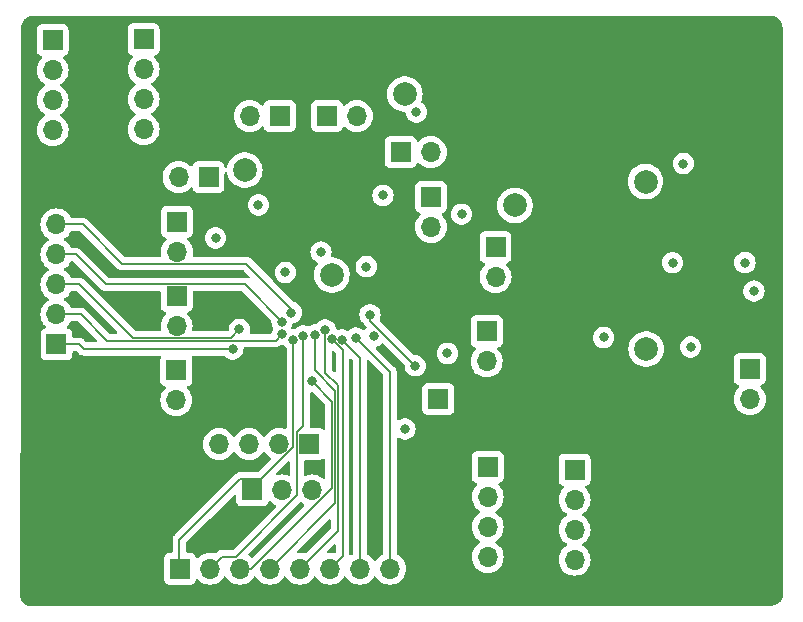
<source format=gbr>
%TF.GenerationSoftware,KiCad,Pcbnew,7.0.6*%
%TF.CreationDate,2024-02-20T00:48:49-05:00*%
%TF.ProjectId,AD7768_breakout,41443737-3638-45f6-9272-65616b6f7574,rev?*%
%TF.SameCoordinates,Original*%
%TF.FileFunction,Copper,L4,Bot*%
%TF.FilePolarity,Positive*%
%FSLAX46Y46*%
G04 Gerber Fmt 4.6, Leading zero omitted, Abs format (unit mm)*
G04 Created by KiCad (PCBNEW 7.0.6) date 2024-02-20 00:48:49*
%MOMM*%
%LPD*%
G01*
G04 APERTURE LIST*
%TA.AperFunction,ComponentPad*%
%ADD10R,1.700000X1.700000*%
%TD*%
%TA.AperFunction,ComponentPad*%
%ADD11O,1.700000X1.700000*%
%TD*%
%TA.AperFunction,ViaPad*%
%ADD12C,0.800000*%
%TD*%
%TA.AperFunction,ViaPad*%
%ADD13C,2.000000*%
%TD*%
%TA.AperFunction,Conductor*%
%ADD14C,0.127000*%
%TD*%
G04 APERTURE END LIST*
D10*
%TO.P,J10,1,Pin_1*%
%TO.N,Net-(J10-Pin_1)*%
X196975000Y-82325000D03*
%TD*%
%TO.P,J1,1,Pin_1*%
%TO.N,Net-(J1-Pin_1)*%
X177525000Y-63525000D03*
D11*
%TO.P,J1,2,Pin_2*%
%TO.N,Net-(J1-Pin_2)*%
X174985000Y-63525000D03*
%TD*%
D10*
%TO.P,J7,1,Pin_1*%
%TO.N,Net-(J7-Pin_1)*%
X201825000Y-69450000D03*
D11*
%TO.P,J7,2,Pin_2*%
%TO.N,Net-(J7-Pin_2)*%
X201825000Y-71990000D03*
%TD*%
D10*
%TO.P,J18,1,Pin_1*%
%TO.N,Net-(J18-Pin_1)*%
X175100000Y-96700000D03*
D11*
%TO.P,J18,2,Pin_2*%
%TO.N,Net-(J18-Pin_2)*%
X177640000Y-96700000D03*
%TO.P,J18,3,Pin_3*%
%TO.N,Net-(J18-Pin_3)*%
X180180000Y-96700000D03*
%TO.P,J18,4,Pin_4*%
%TO.N,Net-(J18-Pin_4)*%
X182720000Y-96700000D03*
%TO.P,J18,5,Pin_5*%
%TO.N,Net-(J18-Pin_5)*%
X185260000Y-96700000D03*
%TO.P,J18,6,Pin_6*%
%TO.N,Net-(J18-Pin_6)*%
X187800000Y-96700000D03*
%TO.P,J18,7,Pin_7*%
%TO.N,Net-(J18-Pin_7)*%
X190340000Y-96700000D03*
%TO.P,J18,8,Pin_8*%
%TO.N,Net-(J18-Pin_8)*%
X192880000Y-96700000D03*
%TD*%
D10*
%TO.P,J2,1,Pin_1*%
%TO.N,Net-(J2-Pin_1)*%
X174850000Y-67325000D03*
D11*
%TO.P,J2,2,Pin_2*%
%TO.N,Net-(J2-Pin_2)*%
X174850000Y-69865000D03*
%TD*%
D10*
%TO.P,J9,1,Pin_1*%
%TO.N,vin*%
X223350000Y-79800000D03*
D11*
%TO.P,J9,2,Pin_2*%
%TO.N,GND*%
X223350000Y-82340000D03*
%TD*%
D10*
%TO.P,J6,1,Pin_1*%
%TO.N,Net-(J6-Pin_1)*%
X196375000Y-65225000D03*
D11*
%TO.P,J6,2,Pin_2*%
%TO.N,Net-(J6-Pin_2)*%
X196375000Y-67765000D03*
%TD*%
D10*
%TO.P,J17,1,Pin_1*%
%TO.N,Net-(J17-Pin_1)*%
X187550000Y-58375000D03*
D11*
%TO.P,J17,2,Pin_2*%
%TO.N,Net-(J17-Pin_2)*%
X190090000Y-58375000D03*
%TD*%
D10*
%TO.P,J20,1,Pin_1*%
%TO.N,GND*%
X201160000Y-88080000D03*
D11*
%TO.P,J20,2,Pin_2*%
X201160000Y-90620000D03*
%TO.P,J20,3,Pin_3*%
X201160000Y-93160000D03*
%TO.P,J20,4,Pin_4*%
X201160000Y-95700000D03*
%TD*%
D10*
%TO.P,J13,1,Pin_1*%
%TO.N,Net-(J13-Pin_1)*%
X181235000Y-90075000D03*
D11*
%TO.P,J13,2,Pin_2*%
%TO.N,Net-(J13-Pin_2)*%
X183775000Y-90075000D03*
%TO.P,J13,3,Pin_3*%
%TO.N,rst*%
X186315000Y-90075000D03*
%TD*%
D10*
%TO.P,J12,1,Pin_1*%
%TO.N,Net-(J12-Pin_1)*%
X186040000Y-86150000D03*
D11*
%TO.P,J12,2,Pin_2*%
%TO.N,Net-(J12-Pin_2)*%
X183500000Y-86150000D03*
%TO.P,J12,3,Pin_3*%
%TO.N,Net-(J12-Pin_3)*%
X180960000Y-86150000D03*
%TO.P,J12,4,Pin_4*%
%TO.N,Net-(J12-Pin_4)*%
X178420000Y-86150000D03*
%TD*%
D10*
%TO.P,J11,1,Pin_1*%
%TO.N,Net-(J11-Pin_1)*%
X164650000Y-77720000D03*
D11*
%TO.P,J11,2,Pin_2*%
%TO.N,Net-(J11-Pin_2)*%
X164650000Y-75180000D03*
%TO.P,J11,3,Pin_3*%
%TO.N,Net-(J11-Pin_3)*%
X164650000Y-72640000D03*
%TO.P,J11,4,Pin_4*%
%TO.N,Net-(J11-Pin_4)*%
X164650000Y-70100000D03*
%TO.P,J11,5,Pin_5*%
%TO.N,Net-(J11-Pin_5)*%
X164650000Y-67560000D03*
%TD*%
D10*
%TO.P,J14,1,Pin_1*%
%TO.N,Net-(J14-Pin_1)*%
X183550000Y-58375000D03*
D11*
%TO.P,J14,2,Pin_2*%
%TO.N,Net-(J14-Pin_2)*%
X181010000Y-58375000D03*
%TD*%
D10*
%TO.P,J4,1,Pin_1*%
%TO.N,Net-(J4-Pin_1)*%
X174800000Y-79900000D03*
D11*
%TO.P,J4,2,Pin_2*%
%TO.N,Net-(J4-Pin_2)*%
X174800000Y-82440000D03*
%TD*%
D10*
%TO.P,J8,1,Pin_1*%
%TO.N,Net-(J8-Pin_1)*%
X201075000Y-76600000D03*
D11*
%TO.P,J8,2,Pin_2*%
%TO.N,Net-(J8-Pin_2)*%
X201075000Y-79140000D03*
%TD*%
D10*
%TO.P,J19,1,Pin_1*%
%TO.N,5v*%
X208520000Y-88320000D03*
D11*
%TO.P,J19,2,Pin_2*%
X208520000Y-90860000D03*
%TO.P,J19,3,Pin_3*%
X208520000Y-93400000D03*
%TO.P,J19,4,Pin_4*%
X208520000Y-95940000D03*
%TD*%
D10*
%TO.P,J16,1,Pin_1*%
%TO.N,GND*%
X164325000Y-51950000D03*
D11*
%TO.P,J16,2,Pin_2*%
X164325000Y-54490000D03*
%TO.P,J16,3,Pin_3*%
X164325000Y-57030000D03*
%TO.P,J16,4,Pin_4*%
X164325000Y-59570000D03*
%TD*%
D10*
%TO.P,J5,1,Pin_1*%
%TO.N,Net-(J5-Pin_1)*%
X193800000Y-61425000D03*
D11*
%TO.P,J5,2,Pin_2*%
%TO.N,Net-(J5-Pin_2)*%
X196340000Y-61425000D03*
%TD*%
D10*
%TO.P,J3,1,Pin_1*%
%TO.N,Net-(J3-Pin_1)*%
X174825000Y-73625000D03*
D11*
%TO.P,J3,2,Pin_2*%
%TO.N,Net-(J3-Pin_2)*%
X174825000Y-76165000D03*
%TD*%
D10*
%TO.P,J15,1,Pin_1*%
%TO.N,5v*%
X172025000Y-51875000D03*
D11*
%TO.P,J15,2,Pin_2*%
X172025000Y-54415000D03*
%TO.P,J15,3,Pin_3*%
X172025000Y-56955000D03*
%TO.P,J15,4,Pin_4*%
X172025000Y-59495000D03*
%TD*%
D12*
%TO.N,GND*%
X194150000Y-84875000D03*
X192300000Y-65100000D03*
X197750000Y-78475000D03*
X223700000Y-73200000D03*
X217725000Y-62400000D03*
X178125000Y-68700000D03*
X184025000Y-71625000D03*
X191500000Y-77025000D03*
X181750000Y-65900000D03*
X198950000Y-66690000D03*
X195125000Y-58050000D03*
X222938900Y-70788900D03*
X218350000Y-77925000D03*
X216825000Y-70800000D03*
X210975000Y-77125000D03*
X187050000Y-69900000D03*
X190875000Y-71125000D03*
D13*
%TO.N,5v*%
X214525000Y-63925000D03*
X203470000Y-65950000D03*
X214575000Y-78100000D03*
X194150000Y-56525000D03*
X180600000Y-62950000D03*
X187975000Y-71825000D03*
D12*
%TO.N,Net-(J10-Pin_1)*%
X191200000Y-75200000D03*
X195025000Y-79525000D03*
%TO.N,Net-(J11-Pin_1)*%
X179575000Y-78100000D03*
%TO.N,Net-(J11-Pin_2)*%
X183775000Y-76825000D03*
%TO.N,Net-(J11-Pin_3)*%
X180125000Y-76450000D03*
%TO.N,Net-(J11-Pin_4)*%
X183750000Y-75775000D03*
%TO.N,Net-(J11-Pin_5)*%
X184550000Y-75025000D03*
%TO.N,Net-(J18-Pin_1)*%
X184700000Y-77300000D03*
%TO.N,Net-(J18-Pin_2)*%
X185537682Y-77000828D03*
%TO.N,Net-(J18-Pin_3)*%
X186275000Y-80850000D03*
%TO.N,Net-(J18-Pin_4)*%
X186525000Y-76900000D03*
%TO.N,Net-(J18-Pin_5)*%
X187400000Y-76475000D03*
%TO.N,Net-(J18-Pin_6)*%
X187953000Y-77250000D03*
%TO.N,Net-(J18-Pin_7)*%
X188838335Y-77336011D03*
%TO.N,Net-(J18-Pin_8)*%
X190025000Y-77175000D03*
%TD*%
D14*
%TO.N,Net-(J10-Pin_1)*%
X191200000Y-75700000D02*
X195025000Y-79525000D01*
X191200000Y-75200000D02*
X191200000Y-75700000D01*
%TO.N,Net-(J11-Pin_1)*%
X179575000Y-78100000D02*
X166975000Y-78100000D01*
X166975000Y-78100000D02*
X166595000Y-77720000D01*
X166595000Y-77720000D02*
X164650000Y-77720000D01*
%TO.N,Net-(J11-Pin_2)*%
X183775000Y-76825000D02*
X183214500Y-77385500D01*
X168935500Y-77385500D02*
X166730000Y-75180000D01*
X166730000Y-75180000D02*
X164650000Y-75180000D01*
X183214500Y-77385500D02*
X168935500Y-77385500D01*
%TO.N,Net-(J11-Pin_3)*%
X171118500Y-77168500D02*
X179406500Y-77168500D01*
X179406500Y-77168500D02*
X180125000Y-76450000D01*
X164650000Y-72640000D02*
X166590000Y-72640000D01*
X166590000Y-72640000D02*
X171118500Y-77168500D01*
%TO.N,Net-(J11-Pin_4)*%
X168821500Y-72621500D02*
X180596500Y-72621500D01*
X166300000Y-70100000D02*
X168821500Y-72621500D01*
X164650000Y-70100000D02*
X166300000Y-70100000D01*
X180596500Y-72621500D02*
X183750000Y-75775000D01*
%TO.N,Net-(J11-Pin_5)*%
X184550000Y-75025000D02*
X184550000Y-74692232D01*
X170193500Y-70868500D02*
X166885000Y-67560000D01*
X164650000Y-67560000D02*
X166885000Y-67560000D01*
X180726268Y-70868500D02*
X170193500Y-70868500D01*
X184550000Y-74692232D02*
X180726268Y-70868500D01*
%TO.N,Net-(J18-Pin_1)*%
X184700000Y-77300000D02*
X184700000Y-86369164D01*
X180231500Y-89071500D02*
X175050000Y-94253000D01*
X184700000Y-86369164D02*
X181997664Y-89071500D01*
X175050000Y-94253000D02*
X175050000Y-96650000D01*
X181997664Y-89071500D02*
X180231500Y-89071500D01*
%TO.N,Net-(J18-Pin_2)*%
X185025000Y-90500000D02*
X179828500Y-95696500D01*
X178643500Y-95696500D02*
X177640000Y-96700000D01*
X185537682Y-77000828D02*
X185537682Y-84645318D01*
X179828500Y-95696500D02*
X178643500Y-95696500D01*
X185025000Y-85158000D02*
X185025000Y-90500000D01*
X185537682Y-84645318D02*
X185025000Y-85158000D01*
%TO.N,Net-(J18-Pin_3)*%
X187975000Y-89834164D02*
X181109164Y-96700000D01*
X187975000Y-82550000D02*
X187975000Y-89834164D01*
X181109164Y-96700000D02*
X180180000Y-96700000D01*
X186275000Y-80850000D02*
X187975000Y-82550000D01*
%TO.N,Net-(J18-Pin_4)*%
X186525000Y-79900000D02*
X188250000Y-81625000D01*
X186525000Y-76900000D02*
X186525000Y-79900000D01*
X188250000Y-81625000D02*
X188250000Y-91170000D01*
X188250000Y-91170000D02*
X182720000Y-96700000D01*
%TO.N,Net-(J18-Pin_5)*%
X188467000Y-81192000D02*
X188467000Y-93493000D01*
X187400000Y-80125000D02*
X188467000Y-81192000D01*
X187400000Y-76475000D02*
X187400000Y-80125000D01*
X188467000Y-93493000D02*
X185260000Y-96700000D01*
%TO.N,Net-(J18-Pin_6)*%
X187953000Y-77250000D02*
X188875000Y-78172000D01*
X188875000Y-95625000D02*
X187800000Y-96700000D01*
X188875000Y-78172000D02*
X188875000Y-95625000D01*
%TO.N,Net-(J18-Pin_7)*%
X188838335Y-77336011D02*
X190340000Y-78837676D01*
X190340000Y-78837676D02*
X190340000Y-96700000D01*
%TO.N,Net-(J18-Pin_8)*%
X192880000Y-80030000D02*
X192880000Y-96700000D01*
X190025000Y-77175000D02*
X192880000Y-80030000D01*
%TD*%
%TA.AperFunction,NonConductor*%
G36*
X225128694Y-49875736D02*
G01*
X225140703Y-49876785D01*
X225171528Y-49879480D01*
X225297655Y-49891895D01*
X225317578Y-49895518D01*
X225384210Y-49913360D01*
X225477361Y-49941599D01*
X225493732Y-49947859D01*
X225561163Y-49979280D01*
X225564128Y-49980761D01*
X225647463Y-50025271D01*
X225648027Y-50025572D01*
X225654365Y-50029463D01*
X225720525Y-50075750D01*
X225724280Y-50078597D01*
X225796459Y-50137780D01*
X225800969Y-50141864D01*
X225858459Y-50199296D01*
X225862547Y-50203802D01*
X225921802Y-50275921D01*
X225924657Y-50279678D01*
X225971004Y-50345782D01*
X225974901Y-50352117D01*
X226019786Y-50435953D01*
X226021299Y-50438975D01*
X226052768Y-50506333D01*
X226059054Y-50522725D01*
X226087380Y-50615829D01*
X226105289Y-50682444D01*
X226108932Y-50702367D01*
X226121470Y-50828451D01*
X226125261Y-50871318D01*
X226125502Y-50876720D01*
X226173496Y-98822442D01*
X226173265Y-98827845D01*
X226169633Y-98869870D01*
X226157206Y-98997148D01*
X226153602Y-99017063D01*
X226136176Y-99082379D01*
X226107578Y-99177016D01*
X226101317Y-99193430D01*
X226070377Y-99259967D01*
X226068869Y-99262993D01*
X226023618Y-99347871D01*
X226019730Y-99354216D01*
X225973953Y-99419743D01*
X225971096Y-99423518D01*
X225911355Y-99496474D01*
X225907272Y-99500989D01*
X225850401Y-99557985D01*
X225845895Y-99562078D01*
X225773078Y-99621973D01*
X225769310Y-99624839D01*
X225703875Y-99670766D01*
X225697539Y-99674668D01*
X225612761Y-99720104D01*
X225609739Y-99721620D01*
X225543265Y-99752709D01*
X225526864Y-99759005D01*
X225432298Y-99787810D01*
X225367050Y-99805372D01*
X225347119Y-99809022D01*
X225217148Y-99821975D01*
X225178296Y-99825419D01*
X225172890Y-99825662D01*
X162556382Y-99898331D01*
X162550962Y-99898100D01*
X162506965Y-99894293D01*
X162381827Y-99882124D01*
X162361800Y-99878498D01*
X162293012Y-99860107D01*
X162201616Y-99832428D01*
X162185170Y-99826141D01*
X162116270Y-99794023D01*
X162113253Y-99792515D01*
X162030479Y-99748271D01*
X162024139Y-99744376D01*
X161956809Y-99697203D01*
X161953055Y-99694352D01*
X161905906Y-99655621D01*
X161881722Y-99635754D01*
X161877204Y-99631654D01*
X161818803Y-99573172D01*
X161814708Y-99568647D01*
X161809327Y-99562078D01*
X161785100Y-99532500D01*
X161756217Y-99497239D01*
X161753364Y-99493473D01*
X161727883Y-99456996D01*
X161706295Y-99426090D01*
X161702399Y-99419731D01*
X161664118Y-99347871D01*
X161658263Y-99336880D01*
X161656760Y-99333863D01*
X161652650Y-99325014D01*
X161624744Y-99264928D01*
X161618479Y-99248471D01*
X161606248Y-99207879D01*
X161590934Y-99157055D01*
X161572618Y-99088166D01*
X161569030Y-99068201D01*
X161557399Y-98947227D01*
X161553238Y-98898339D01*
X161553016Y-98892939D01*
X161553185Y-98825258D01*
X161612269Y-75180000D01*
X163294341Y-75180000D01*
X163314936Y-75415403D01*
X163314938Y-75415413D01*
X163376094Y-75643655D01*
X163376096Y-75643659D01*
X163376097Y-75643663D01*
X163475964Y-75857829D01*
X163475965Y-75857830D01*
X163475967Y-75857834D01*
X163549785Y-75963256D01*
X163611501Y-76051396D01*
X163611506Y-76051402D01*
X163733430Y-76173326D01*
X163766915Y-76234649D01*
X163761931Y-76304341D01*
X163720059Y-76360274D01*
X163689083Y-76377189D01*
X163557669Y-76426203D01*
X163557664Y-76426206D01*
X163442455Y-76512452D01*
X163442452Y-76512455D01*
X163356206Y-76627664D01*
X163356202Y-76627671D01*
X163305908Y-76762517D01*
X163299913Y-76818284D01*
X163299501Y-76822123D01*
X163299500Y-76822135D01*
X163299500Y-78617870D01*
X163299501Y-78617876D01*
X163305908Y-78677483D01*
X163356202Y-78812328D01*
X163356206Y-78812335D01*
X163442452Y-78927544D01*
X163442455Y-78927547D01*
X163557664Y-79013793D01*
X163557671Y-79013797D01*
X163692517Y-79064091D01*
X163692516Y-79064091D01*
X163699444Y-79064835D01*
X163752127Y-79070500D01*
X165547872Y-79070499D01*
X165607483Y-79064091D01*
X165742331Y-79013796D01*
X165857546Y-78927546D01*
X165943796Y-78812331D01*
X165994091Y-78677483D01*
X166000500Y-78617873D01*
X166000500Y-78407999D01*
X166020185Y-78340961D01*
X166072989Y-78295206D01*
X166124500Y-78284000D01*
X166310021Y-78284000D01*
X166377060Y-78303685D01*
X166397697Y-78320314D01*
X166547178Y-78469794D01*
X166552519Y-78475885D01*
X166561748Y-78487912D01*
X166572750Y-78502251D01*
X166680320Y-78584790D01*
X166690566Y-78592653D01*
X166730751Y-78609297D01*
X166827766Y-78649483D01*
X166957870Y-78666611D01*
X166974999Y-78668867D01*
X166975000Y-78668867D01*
X167007936Y-78664530D01*
X167016034Y-78664000D01*
X173381196Y-78664000D01*
X173448235Y-78683685D01*
X173493990Y-78736489D01*
X173503934Y-78805647D01*
X173497378Y-78831333D01*
X173455908Y-78942517D01*
X173450504Y-78992785D01*
X173449501Y-79002123D01*
X173449500Y-79002135D01*
X173449500Y-80797870D01*
X173449501Y-80797876D01*
X173455908Y-80857483D01*
X173506202Y-80992328D01*
X173506206Y-80992335D01*
X173592452Y-81107544D01*
X173592455Y-81107547D01*
X173707664Y-81193793D01*
X173707671Y-81193797D01*
X173839081Y-81242810D01*
X173895015Y-81284681D01*
X173919432Y-81350145D01*
X173904580Y-81418418D01*
X173883430Y-81446673D01*
X173761503Y-81568600D01*
X173625965Y-81762169D01*
X173625964Y-81762171D01*
X173526098Y-81976335D01*
X173526094Y-81976344D01*
X173464938Y-82204586D01*
X173464936Y-82204596D01*
X173444341Y-82439999D01*
X173444341Y-82440000D01*
X173464936Y-82675403D01*
X173464938Y-82675413D01*
X173526094Y-82903655D01*
X173526096Y-82903659D01*
X173526097Y-82903663D01*
X173579334Y-83017830D01*
X173625965Y-83117830D01*
X173625967Y-83117834D01*
X173699515Y-83222870D01*
X173761505Y-83311401D01*
X173928599Y-83478495D01*
X174005789Y-83532544D01*
X174122165Y-83614032D01*
X174122167Y-83614033D01*
X174122170Y-83614035D01*
X174336337Y-83713903D01*
X174564592Y-83775063D01*
X174752918Y-83791539D01*
X174799999Y-83795659D01*
X174800000Y-83795659D01*
X174800001Y-83795659D01*
X174839234Y-83792226D01*
X175035408Y-83775063D01*
X175263663Y-83713903D01*
X175477830Y-83614035D01*
X175671401Y-83478495D01*
X175838495Y-83311401D01*
X175974035Y-83117830D01*
X176073903Y-82903663D01*
X176135063Y-82675408D01*
X176155659Y-82440000D01*
X176135063Y-82204592D01*
X176073903Y-81976337D01*
X175974035Y-81762171D01*
X175973709Y-81761706D01*
X175838496Y-81568600D01*
X175838495Y-81568599D01*
X175716567Y-81446671D01*
X175683084Y-81385351D01*
X175688068Y-81315659D01*
X175729939Y-81259725D01*
X175760915Y-81242810D01*
X175892331Y-81193796D01*
X176007546Y-81107546D01*
X176093796Y-80992331D01*
X176144091Y-80857483D01*
X176150500Y-80797873D01*
X176150499Y-79002128D01*
X176144091Y-78942517D01*
X176138506Y-78927544D01*
X176110372Y-78852111D01*
X176102621Y-78831332D01*
X176097638Y-78761642D01*
X176131123Y-78700319D01*
X176192446Y-78666834D01*
X176218804Y-78664000D01*
X178815877Y-78664000D01*
X178882916Y-78683685D01*
X178908027Y-78705028D01*
X178969123Y-78772883D01*
X178969130Y-78772889D01*
X179122265Y-78884148D01*
X179122270Y-78884151D01*
X179295192Y-78961142D01*
X179295197Y-78961144D01*
X179480354Y-79000500D01*
X179480355Y-79000500D01*
X179669644Y-79000500D01*
X179669646Y-79000500D01*
X179854803Y-78961144D01*
X180027730Y-78884151D01*
X180180871Y-78772888D01*
X180307533Y-78632216D01*
X180402179Y-78468284D01*
X180460674Y-78288256D01*
X180480460Y-78100000D01*
X180479036Y-78086460D01*
X180491607Y-78017731D01*
X180539340Y-77966707D01*
X180602358Y-77949500D01*
X183173466Y-77949500D01*
X183181563Y-77950030D01*
X183214500Y-77954367D01*
X183214501Y-77954367D01*
X183229844Y-77952346D01*
X183361734Y-77934983D01*
X183498933Y-77878153D01*
X183587168Y-77810449D01*
X183587168Y-77810448D01*
X183610106Y-77792848D01*
X183610106Y-77792847D01*
X183616750Y-77787750D01*
X183627290Y-77774012D01*
X183683718Y-77732811D01*
X183725666Y-77725500D01*
X183834263Y-77725500D01*
X183901302Y-77745185D01*
X183941650Y-77787500D01*
X183967467Y-77832216D01*
X184051461Y-77925500D01*
X184094128Y-77972887D01*
X184094971Y-77973646D01*
X184095316Y-77974206D01*
X184098478Y-77977718D01*
X184097835Y-77978296D01*
X184131620Y-78033133D01*
X184136000Y-78065797D01*
X184136000Y-84761818D01*
X184116315Y-84828857D01*
X184063511Y-84874612D01*
X183994353Y-84884556D01*
X183969078Y-84877028D01*
X183968744Y-84877947D01*
X183963655Y-84876094D01*
X183735413Y-84814938D01*
X183735403Y-84814936D01*
X183500001Y-84794341D01*
X183499999Y-84794341D01*
X183264596Y-84814936D01*
X183264586Y-84814938D01*
X183036344Y-84876094D01*
X183036337Y-84876096D01*
X183036337Y-84876097D01*
X183032370Y-84877947D01*
X182822171Y-84975964D01*
X182822169Y-84975965D01*
X182628597Y-85111505D01*
X182461505Y-85278597D01*
X182331575Y-85464158D01*
X182276998Y-85507783D01*
X182207500Y-85514977D01*
X182145145Y-85483454D01*
X182128425Y-85464158D01*
X181998494Y-85278597D01*
X181831402Y-85111506D01*
X181831395Y-85111501D01*
X181637834Y-84975967D01*
X181637830Y-84975965D01*
X181595999Y-84956459D01*
X181423663Y-84876097D01*
X181423659Y-84876096D01*
X181423655Y-84876094D01*
X181195413Y-84814938D01*
X181195403Y-84814936D01*
X180960001Y-84794341D01*
X180959999Y-84794341D01*
X180724596Y-84814936D01*
X180724586Y-84814938D01*
X180496344Y-84876094D01*
X180496337Y-84876096D01*
X180496337Y-84876097D01*
X180492370Y-84877947D01*
X180282171Y-84975964D01*
X180282169Y-84975965D01*
X180088597Y-85111505D01*
X179921508Y-85278594D01*
X179791574Y-85464159D01*
X179736997Y-85507784D01*
X179667498Y-85514976D01*
X179605144Y-85483454D01*
X179588424Y-85464158D01*
X179458494Y-85278597D01*
X179291402Y-85111506D01*
X179291395Y-85111501D01*
X179097834Y-84975967D01*
X179097830Y-84975965D01*
X179055999Y-84956459D01*
X178883663Y-84876097D01*
X178883659Y-84876096D01*
X178883655Y-84876094D01*
X178655413Y-84814938D01*
X178655403Y-84814936D01*
X178420001Y-84794341D01*
X178419999Y-84794341D01*
X178184596Y-84814936D01*
X178184586Y-84814938D01*
X177956344Y-84876094D01*
X177956337Y-84876096D01*
X177956337Y-84876097D01*
X177952370Y-84877947D01*
X177742171Y-84975964D01*
X177742169Y-84975965D01*
X177548597Y-85111505D01*
X177381505Y-85278597D01*
X177245965Y-85472169D01*
X177245964Y-85472171D01*
X177146098Y-85686335D01*
X177146094Y-85686344D01*
X177084938Y-85914586D01*
X177084936Y-85914596D01*
X177064341Y-86149999D01*
X177064341Y-86150000D01*
X177084936Y-86385403D01*
X177084938Y-86385413D01*
X177146094Y-86613655D01*
X177146096Y-86613659D01*
X177146097Y-86613663D01*
X177226555Y-86786206D01*
X177245965Y-86827830D01*
X177245967Y-86827834D01*
X177345163Y-86969500D01*
X177381505Y-87021401D01*
X177548599Y-87188495D01*
X177604548Y-87227671D01*
X177742165Y-87324032D01*
X177742167Y-87324033D01*
X177742170Y-87324035D01*
X177956337Y-87423903D01*
X178184592Y-87485063D01*
X178372918Y-87501539D01*
X178419999Y-87505659D01*
X178420000Y-87505659D01*
X178420001Y-87505659D01*
X178459234Y-87502226D01*
X178655408Y-87485063D01*
X178883663Y-87423903D01*
X179097830Y-87324035D01*
X179291401Y-87188495D01*
X179458495Y-87021401D01*
X179588426Y-86835840D01*
X179643001Y-86792217D01*
X179712499Y-86785023D01*
X179774854Y-86816546D01*
X179791574Y-86835841D01*
X179921505Y-87021401D01*
X180088599Y-87188495D01*
X180144548Y-87227671D01*
X180282165Y-87324032D01*
X180282167Y-87324033D01*
X180282170Y-87324035D01*
X180496337Y-87423903D01*
X180724592Y-87485063D01*
X180912918Y-87501539D01*
X180959999Y-87505659D01*
X180960000Y-87505659D01*
X180960001Y-87505659D01*
X180999234Y-87502226D01*
X181195408Y-87485063D01*
X181423663Y-87423903D01*
X181637830Y-87324035D01*
X181831401Y-87188495D01*
X181998495Y-87021401D01*
X182128426Y-86835841D01*
X182183002Y-86792217D01*
X182252500Y-86785023D01*
X182314855Y-86816546D01*
X182331575Y-86835842D01*
X182461501Y-87021396D01*
X182461506Y-87021402D01*
X182628597Y-87188493D01*
X182628603Y-87188498D01*
X182774838Y-87290893D01*
X182818463Y-87345470D01*
X182825657Y-87414968D01*
X182794134Y-87477323D01*
X182791396Y-87480149D01*
X181800366Y-88471181D01*
X181739043Y-88504666D01*
X181712685Y-88507500D01*
X180272541Y-88507500D01*
X180264442Y-88506969D01*
X180231500Y-88502632D01*
X180231499Y-88502632D01*
X180198558Y-88506969D01*
X180101373Y-88519764D01*
X180089968Y-88521266D01*
X180084265Y-88522017D01*
X180044080Y-88538661D01*
X179947069Y-88578844D01*
X179947065Y-88578846D01*
X179903915Y-88611958D01*
X179829249Y-88669250D01*
X179809022Y-88695610D01*
X179803671Y-88701711D01*
X174680211Y-93825171D01*
X174674108Y-93830523D01*
X174647748Y-93850750D01*
X174613859Y-93894915D01*
X174613843Y-93894938D01*
X174557347Y-93968566D01*
X174500517Y-94105765D01*
X174500517Y-94105766D01*
X174481133Y-94253000D01*
X174485469Y-94285933D01*
X174486000Y-94294034D01*
X174486000Y-95225500D01*
X174466315Y-95292539D01*
X174413511Y-95338294D01*
X174362001Y-95349500D01*
X174202130Y-95349500D01*
X174202123Y-95349501D01*
X174142516Y-95355908D01*
X174007671Y-95406202D01*
X174007664Y-95406206D01*
X173892455Y-95492452D01*
X173892452Y-95492455D01*
X173806206Y-95607664D01*
X173806202Y-95607671D01*
X173755908Y-95742517D01*
X173749501Y-95802116D01*
X173749500Y-95802135D01*
X173749500Y-97597870D01*
X173749501Y-97597876D01*
X173755908Y-97657483D01*
X173806202Y-97792328D01*
X173806206Y-97792335D01*
X173892452Y-97907544D01*
X173892455Y-97907547D01*
X174007664Y-97993793D01*
X174007671Y-97993797D01*
X174142517Y-98044091D01*
X174142516Y-98044091D01*
X174149444Y-98044835D01*
X174202127Y-98050500D01*
X175997872Y-98050499D01*
X176057483Y-98044091D01*
X176192331Y-97993796D01*
X176307546Y-97907546D01*
X176393796Y-97792331D01*
X176442810Y-97660916D01*
X176484681Y-97604984D01*
X176550145Y-97580566D01*
X176618418Y-97595417D01*
X176646673Y-97616569D01*
X176768599Y-97738495D01*
X176865384Y-97806264D01*
X176962165Y-97874032D01*
X176962167Y-97874033D01*
X176962170Y-97874035D01*
X177176337Y-97973903D01*
X177404592Y-98035063D01*
X177581034Y-98050500D01*
X177639999Y-98055659D01*
X177640000Y-98055659D01*
X177640001Y-98055659D01*
X177698966Y-98050500D01*
X177875408Y-98035063D01*
X178103663Y-97973903D01*
X178317830Y-97874035D01*
X178511401Y-97738495D01*
X178678495Y-97571401D01*
X178808424Y-97385842D01*
X178863002Y-97342217D01*
X178932500Y-97335023D01*
X178994855Y-97366546D01*
X179011575Y-97385842D01*
X179141500Y-97571395D01*
X179141505Y-97571401D01*
X179308599Y-97738495D01*
X179405384Y-97806264D01*
X179502165Y-97874032D01*
X179502167Y-97874033D01*
X179502170Y-97874035D01*
X179716337Y-97973903D01*
X179944592Y-98035063D01*
X180121034Y-98050500D01*
X180179999Y-98055659D01*
X180180000Y-98055659D01*
X180180001Y-98055659D01*
X180238966Y-98050500D01*
X180415408Y-98035063D01*
X180643663Y-97973903D01*
X180857830Y-97874035D01*
X181051401Y-97738495D01*
X181218495Y-97571401D01*
X181348424Y-97385842D01*
X181403002Y-97342217D01*
X181472500Y-97335023D01*
X181534855Y-97366546D01*
X181551575Y-97385842D01*
X181681500Y-97571395D01*
X181681505Y-97571401D01*
X181848599Y-97738495D01*
X181945384Y-97806264D01*
X182042165Y-97874032D01*
X182042167Y-97874033D01*
X182042170Y-97874035D01*
X182256337Y-97973903D01*
X182484592Y-98035063D01*
X182661034Y-98050500D01*
X182719999Y-98055659D01*
X182720000Y-98055659D01*
X182720001Y-98055659D01*
X182778966Y-98050500D01*
X182955408Y-98035063D01*
X183183663Y-97973903D01*
X183397830Y-97874035D01*
X183591401Y-97738495D01*
X183758495Y-97571401D01*
X183888424Y-97385842D01*
X183943002Y-97342217D01*
X184012500Y-97335023D01*
X184074855Y-97366546D01*
X184091575Y-97385842D01*
X184221500Y-97571395D01*
X184221505Y-97571401D01*
X184388599Y-97738495D01*
X184485384Y-97806264D01*
X184582165Y-97874032D01*
X184582167Y-97874033D01*
X184582170Y-97874035D01*
X184796337Y-97973903D01*
X185024592Y-98035063D01*
X185201034Y-98050500D01*
X185259999Y-98055659D01*
X185260000Y-98055659D01*
X185260001Y-98055659D01*
X185318966Y-98050500D01*
X185495408Y-98035063D01*
X185723663Y-97973903D01*
X185937830Y-97874035D01*
X186131401Y-97738495D01*
X186298495Y-97571401D01*
X186428424Y-97385842D01*
X186483002Y-97342217D01*
X186552500Y-97335023D01*
X186614855Y-97366546D01*
X186631575Y-97385842D01*
X186761500Y-97571395D01*
X186761505Y-97571401D01*
X186928599Y-97738495D01*
X187025384Y-97806264D01*
X187122165Y-97874032D01*
X187122167Y-97874033D01*
X187122170Y-97874035D01*
X187336337Y-97973903D01*
X187564592Y-98035063D01*
X187741034Y-98050500D01*
X187799999Y-98055659D01*
X187800000Y-98055659D01*
X187800001Y-98055659D01*
X187858966Y-98050500D01*
X188035408Y-98035063D01*
X188263663Y-97973903D01*
X188477830Y-97874035D01*
X188671401Y-97738495D01*
X188838495Y-97571401D01*
X188968424Y-97385842D01*
X189023002Y-97342217D01*
X189092500Y-97335023D01*
X189154855Y-97366546D01*
X189171575Y-97385842D01*
X189301500Y-97571395D01*
X189301505Y-97571401D01*
X189468599Y-97738495D01*
X189565384Y-97806264D01*
X189662165Y-97874032D01*
X189662167Y-97874033D01*
X189662170Y-97874035D01*
X189876337Y-97973903D01*
X190104592Y-98035063D01*
X190281034Y-98050500D01*
X190339999Y-98055659D01*
X190340000Y-98055659D01*
X190340001Y-98055659D01*
X190398966Y-98050500D01*
X190575408Y-98035063D01*
X190803663Y-97973903D01*
X191017830Y-97874035D01*
X191211401Y-97738495D01*
X191378495Y-97571401D01*
X191508424Y-97385842D01*
X191563002Y-97342217D01*
X191632500Y-97335023D01*
X191694855Y-97366546D01*
X191711575Y-97385842D01*
X191841500Y-97571395D01*
X191841505Y-97571401D01*
X192008599Y-97738495D01*
X192105384Y-97806264D01*
X192202165Y-97874032D01*
X192202167Y-97874033D01*
X192202170Y-97874035D01*
X192416337Y-97973903D01*
X192644592Y-98035063D01*
X192821034Y-98050500D01*
X192879999Y-98055659D01*
X192880000Y-98055659D01*
X192880001Y-98055659D01*
X192938966Y-98050500D01*
X193115408Y-98035063D01*
X193343663Y-97973903D01*
X193557830Y-97874035D01*
X193751401Y-97738495D01*
X193918495Y-97571401D01*
X194054035Y-97377830D01*
X194153903Y-97163663D01*
X194215063Y-96935408D01*
X194235659Y-96700000D01*
X194215063Y-96464592D01*
X194153903Y-96236337D01*
X194054035Y-96022171D01*
X194048425Y-96014158D01*
X193918494Y-95828597D01*
X193789896Y-95700000D01*
X199804341Y-95700000D01*
X199824936Y-95935403D01*
X199824938Y-95935413D01*
X199886094Y-96163655D01*
X199886096Y-96163659D01*
X199886097Y-96163663D01*
X199915777Y-96227311D01*
X199985965Y-96377830D01*
X199985967Y-96377834D01*
X200004053Y-96403663D01*
X200121505Y-96571401D01*
X200288599Y-96738495D01*
X200385384Y-96806264D01*
X200482165Y-96874032D01*
X200482167Y-96874033D01*
X200482170Y-96874035D01*
X200696337Y-96973903D01*
X200696343Y-96973904D01*
X200696344Y-96973905D01*
X200713486Y-96978498D01*
X200924592Y-97035063D01*
X201112918Y-97051539D01*
X201159999Y-97055659D01*
X201160000Y-97055659D01*
X201160001Y-97055659D01*
X201199234Y-97052226D01*
X201395408Y-97035063D01*
X201623663Y-96973903D01*
X201837830Y-96874035D01*
X202031401Y-96738495D01*
X202198495Y-96571401D01*
X202334035Y-96377830D01*
X202433903Y-96163663D01*
X202493833Y-95940000D01*
X207164341Y-95940000D01*
X207184936Y-96175403D01*
X207184938Y-96175413D01*
X207246094Y-96403655D01*
X207246096Y-96403659D01*
X207246097Y-96403663D01*
X207274506Y-96464586D01*
X207345965Y-96617830D01*
X207345967Y-96617834D01*
X207430458Y-96738498D01*
X207481505Y-96811401D01*
X207648599Y-96978495D01*
X207745384Y-97046264D01*
X207842165Y-97114032D01*
X207842167Y-97114033D01*
X207842170Y-97114035D01*
X208056337Y-97213903D01*
X208284592Y-97275063D01*
X208472918Y-97291539D01*
X208519999Y-97295659D01*
X208520000Y-97295659D01*
X208520001Y-97295659D01*
X208559234Y-97292226D01*
X208755408Y-97275063D01*
X208983663Y-97213903D01*
X209197830Y-97114035D01*
X209391401Y-96978495D01*
X209558495Y-96811401D01*
X209694035Y-96617830D01*
X209793903Y-96403663D01*
X209855063Y-96175408D01*
X209875659Y-95940000D01*
X209855063Y-95704592D01*
X209807200Y-95525961D01*
X209793905Y-95476344D01*
X209793904Y-95476343D01*
X209793903Y-95476337D01*
X209694035Y-95262171D01*
X209665428Y-95221315D01*
X209558494Y-95068597D01*
X209391402Y-94901506D01*
X209391401Y-94901505D01*
X209205842Y-94771575D01*
X209205841Y-94771574D01*
X209162216Y-94716997D01*
X209155024Y-94647498D01*
X209186546Y-94585144D01*
X209205836Y-94568428D01*
X209391401Y-94438495D01*
X209558495Y-94271401D01*
X209694035Y-94077830D01*
X209793903Y-93863663D01*
X209855063Y-93635408D01*
X209875659Y-93400000D01*
X209855063Y-93164592D01*
X209793903Y-92936337D01*
X209694035Y-92722171D01*
X209558495Y-92528599D01*
X209558494Y-92528597D01*
X209391402Y-92361506D01*
X209391396Y-92361501D01*
X209205842Y-92231575D01*
X209162217Y-92176998D01*
X209155023Y-92107500D01*
X209186546Y-92045145D01*
X209205842Y-92028425D01*
X209266481Y-91985965D01*
X209391401Y-91898495D01*
X209558495Y-91731401D01*
X209694035Y-91537830D01*
X209793903Y-91323663D01*
X209855063Y-91095408D01*
X209875659Y-90860000D01*
X209855063Y-90624592D01*
X209793903Y-90396337D01*
X209694035Y-90182171D01*
X209558495Y-89988599D01*
X209436567Y-89866671D01*
X209403084Y-89805351D01*
X209408068Y-89735659D01*
X209449939Y-89679725D01*
X209480915Y-89662810D01*
X209612331Y-89613796D01*
X209727546Y-89527546D01*
X209813796Y-89412331D01*
X209864091Y-89277483D01*
X209870500Y-89217873D01*
X209870499Y-87422128D01*
X209864091Y-87362517D01*
X209813796Y-87227669D01*
X209813795Y-87227668D01*
X209813793Y-87227664D01*
X209727547Y-87112455D01*
X209727544Y-87112452D01*
X209612335Y-87026206D01*
X209612328Y-87026202D01*
X209477482Y-86975908D01*
X209477483Y-86975908D01*
X209417883Y-86969501D01*
X209417881Y-86969500D01*
X209417873Y-86969500D01*
X209417864Y-86969500D01*
X207622129Y-86969500D01*
X207622123Y-86969501D01*
X207562516Y-86975908D01*
X207427671Y-87026202D01*
X207427664Y-87026206D01*
X207312455Y-87112452D01*
X207312452Y-87112455D01*
X207226206Y-87227664D01*
X207226202Y-87227671D01*
X207175908Y-87362517D01*
X207169501Y-87422116D01*
X207169501Y-87422123D01*
X207169500Y-87422135D01*
X207169500Y-89217870D01*
X207169501Y-89217876D01*
X207175908Y-89277483D01*
X207226202Y-89412328D01*
X207226206Y-89412335D01*
X207312452Y-89527544D01*
X207312455Y-89527547D01*
X207427664Y-89613793D01*
X207427671Y-89613797D01*
X207559081Y-89662810D01*
X207615015Y-89704681D01*
X207639432Y-89770145D01*
X207624580Y-89838418D01*
X207603430Y-89866673D01*
X207481503Y-89988600D01*
X207345965Y-90182169D01*
X207345964Y-90182171D01*
X207246098Y-90396335D01*
X207246094Y-90396344D01*
X207184938Y-90624586D01*
X207184936Y-90624596D01*
X207164341Y-90859999D01*
X207164341Y-90860000D01*
X207184936Y-91095403D01*
X207184938Y-91095413D01*
X207246094Y-91323655D01*
X207246096Y-91323659D01*
X207246097Y-91323663D01*
X207290596Y-91419091D01*
X207345965Y-91537830D01*
X207345967Y-91537834D01*
X207481501Y-91731395D01*
X207481506Y-91731402D01*
X207648597Y-91898493D01*
X207648603Y-91898498D01*
X207834158Y-92028425D01*
X207877783Y-92083002D01*
X207884977Y-92152500D01*
X207853454Y-92214855D01*
X207834158Y-92231575D01*
X207648597Y-92361505D01*
X207481505Y-92528597D01*
X207345965Y-92722169D01*
X207345964Y-92722171D01*
X207246098Y-92936335D01*
X207246094Y-92936344D01*
X207184938Y-93164586D01*
X207184936Y-93164596D01*
X207164341Y-93399999D01*
X207164341Y-93400000D01*
X207184936Y-93635403D01*
X207184938Y-93635413D01*
X207246094Y-93863655D01*
X207246096Y-93863659D01*
X207246097Y-93863663D01*
X207260681Y-93894938D01*
X207345965Y-94077830D01*
X207345967Y-94077834D01*
X207430458Y-94198498D01*
X207468620Y-94253000D01*
X207481501Y-94271395D01*
X207481506Y-94271402D01*
X207648597Y-94438493D01*
X207648603Y-94438498D01*
X207834158Y-94568425D01*
X207877783Y-94623002D01*
X207884977Y-94692500D01*
X207853454Y-94754855D01*
X207834158Y-94771575D01*
X207648597Y-94901505D01*
X207481505Y-95068597D01*
X207345965Y-95262169D01*
X207345964Y-95262171D01*
X207246098Y-95476335D01*
X207246094Y-95476344D01*
X207184938Y-95704586D01*
X207184936Y-95704596D01*
X207164341Y-95939999D01*
X207164341Y-95940000D01*
X202493833Y-95940000D01*
X202495063Y-95935408D01*
X202515659Y-95700000D01*
X202495063Y-95464592D01*
X202433903Y-95236337D01*
X202334035Y-95022171D01*
X202249545Y-94901505D01*
X202198494Y-94828597D01*
X202031402Y-94661506D01*
X202031401Y-94661505D01*
X201898468Y-94568424D01*
X201845841Y-94531574D01*
X201802216Y-94476997D01*
X201795024Y-94407498D01*
X201826546Y-94345144D01*
X201845836Y-94328428D01*
X202031401Y-94198495D01*
X202198495Y-94031401D01*
X202334035Y-93837830D01*
X202433903Y-93623663D01*
X202495063Y-93395408D01*
X202515659Y-93160000D01*
X202495063Y-92924592D01*
X202433903Y-92696337D01*
X202334035Y-92482171D01*
X202249545Y-92361505D01*
X202198494Y-92288597D01*
X202031402Y-92121506D01*
X202031396Y-92121501D01*
X201845842Y-91991575D01*
X201802217Y-91936998D01*
X201795023Y-91867500D01*
X201826546Y-91805145D01*
X201845842Y-91788425D01*
X201927279Y-91731402D01*
X202031401Y-91658495D01*
X202198495Y-91491401D01*
X202334035Y-91297830D01*
X202433903Y-91083663D01*
X202495063Y-90855408D01*
X202515659Y-90620000D01*
X202495063Y-90384592D01*
X202433903Y-90156337D01*
X202334035Y-89942171D01*
X202198495Y-89748599D01*
X202076567Y-89626671D01*
X202043084Y-89565351D01*
X202048068Y-89495659D01*
X202089939Y-89439725D01*
X202120915Y-89422810D01*
X202252331Y-89373796D01*
X202367546Y-89287546D01*
X202453796Y-89172331D01*
X202504091Y-89037483D01*
X202510500Y-88977873D01*
X202510499Y-87182128D01*
X202504091Y-87122517D01*
X202468169Y-87026206D01*
X202453797Y-86987671D01*
X202453793Y-86987664D01*
X202367547Y-86872455D01*
X202367544Y-86872452D01*
X202252335Y-86786206D01*
X202252328Y-86786202D01*
X202117482Y-86735908D01*
X202117483Y-86735908D01*
X202057883Y-86729501D01*
X202057881Y-86729500D01*
X202057873Y-86729500D01*
X202057864Y-86729500D01*
X200262129Y-86729500D01*
X200262123Y-86729501D01*
X200202516Y-86735908D01*
X200067671Y-86786202D01*
X200067664Y-86786206D01*
X199952455Y-86872452D01*
X199952452Y-86872455D01*
X199866206Y-86987664D01*
X199866202Y-86987671D01*
X199815908Y-87122517D01*
X199809501Y-87182116D01*
X199809501Y-87182123D01*
X199809500Y-87182135D01*
X199809500Y-88977870D01*
X199809501Y-88977876D01*
X199815908Y-89037483D01*
X199866202Y-89172328D01*
X199866206Y-89172335D01*
X199952452Y-89287544D01*
X199952455Y-89287547D01*
X200067664Y-89373793D01*
X200067671Y-89373797D01*
X200199081Y-89422810D01*
X200255015Y-89464681D01*
X200279432Y-89530145D01*
X200264580Y-89598418D01*
X200243430Y-89626673D01*
X200121503Y-89748600D01*
X199985965Y-89942169D01*
X199985964Y-89942171D01*
X199886098Y-90156335D01*
X199886094Y-90156344D01*
X199824938Y-90384586D01*
X199824936Y-90384596D01*
X199804341Y-90619999D01*
X199804341Y-90620000D01*
X199824936Y-90855403D01*
X199824938Y-90855413D01*
X199886094Y-91083655D01*
X199886096Y-91083659D01*
X199886097Y-91083663D01*
X199963212Y-91249036D01*
X199985965Y-91297830D01*
X199985967Y-91297834D01*
X200121501Y-91491395D01*
X200121506Y-91491402D01*
X200288597Y-91658493D01*
X200288603Y-91658498D01*
X200474158Y-91788425D01*
X200517783Y-91843002D01*
X200524977Y-91912500D01*
X200493454Y-91974855D01*
X200474158Y-91991575D01*
X200288597Y-92121505D01*
X200121505Y-92288597D01*
X199985965Y-92482169D01*
X199985964Y-92482171D01*
X199886098Y-92696335D01*
X199886094Y-92696344D01*
X199824938Y-92924586D01*
X199824936Y-92924596D01*
X199804341Y-93159999D01*
X199804341Y-93160000D01*
X199824936Y-93395403D01*
X199824938Y-93395413D01*
X199886094Y-93623655D01*
X199886096Y-93623659D01*
X199886097Y-93623663D01*
X199980062Y-93825171D01*
X199985965Y-93837830D01*
X199985967Y-93837834D01*
X200121501Y-94031395D01*
X200121506Y-94031402D01*
X200288597Y-94198493D01*
X200288603Y-94198498D01*
X200474158Y-94328425D01*
X200517783Y-94383002D01*
X200524977Y-94452500D01*
X200493454Y-94514855D01*
X200474158Y-94531575D01*
X200288597Y-94661505D01*
X200121505Y-94828597D01*
X199985965Y-95022169D01*
X199985964Y-95022171D01*
X199886098Y-95236335D01*
X199886094Y-95236344D01*
X199824938Y-95464586D01*
X199824936Y-95464596D01*
X199804341Y-95699999D01*
X199804341Y-95700000D01*
X193789896Y-95700000D01*
X193751402Y-95661506D01*
X193751395Y-95661501D01*
X193557831Y-95525965D01*
X193557825Y-95525962D01*
X193515595Y-95506270D01*
X193463155Y-95460098D01*
X193443999Y-95393891D01*
X193443999Y-85718502D01*
X193463684Y-85651464D01*
X193516488Y-85605709D01*
X193585646Y-85595765D01*
X193640884Y-85618185D01*
X193697265Y-85659148D01*
X193697270Y-85659151D01*
X193870192Y-85736142D01*
X193870197Y-85736144D01*
X194055354Y-85775500D01*
X194055355Y-85775500D01*
X194244644Y-85775500D01*
X194244646Y-85775500D01*
X194429803Y-85736144D01*
X194602730Y-85659151D01*
X194755871Y-85547888D01*
X194882533Y-85407216D01*
X194977179Y-85243284D01*
X195035674Y-85063256D01*
X195055460Y-84875000D01*
X195035674Y-84686744D01*
X194977179Y-84506716D01*
X194882533Y-84342784D01*
X194755871Y-84202112D01*
X194755870Y-84202111D01*
X194602734Y-84090851D01*
X194602729Y-84090848D01*
X194429807Y-84013857D01*
X194429802Y-84013855D01*
X194284001Y-83982865D01*
X194244646Y-83974500D01*
X194055354Y-83974500D01*
X194022897Y-83981398D01*
X193870197Y-84013855D01*
X193870192Y-84013857D01*
X193697270Y-84090848D01*
X193697266Y-84090851D01*
X193640883Y-84131815D01*
X193575076Y-84155294D01*
X193507023Y-84139468D01*
X193458329Y-84089361D01*
X193443999Y-84031496D01*
X193443999Y-83222870D01*
X195624500Y-83222870D01*
X195624501Y-83222876D01*
X195630908Y-83282483D01*
X195681202Y-83417328D01*
X195681206Y-83417335D01*
X195767452Y-83532544D01*
X195767455Y-83532547D01*
X195882664Y-83618793D01*
X195882671Y-83618797D01*
X196017517Y-83669091D01*
X196017516Y-83669091D01*
X196024444Y-83669835D01*
X196077127Y-83675500D01*
X197872872Y-83675499D01*
X197932483Y-83669091D01*
X198067331Y-83618796D01*
X198182546Y-83532546D01*
X198268796Y-83417331D01*
X198319091Y-83282483D01*
X198325500Y-83222873D01*
X198325500Y-82340000D01*
X221994341Y-82340000D01*
X222014936Y-82575403D01*
X222014938Y-82575413D01*
X222076094Y-82803655D01*
X222076096Y-82803659D01*
X222076097Y-82803663D01*
X222175964Y-83017829D01*
X222175965Y-83017830D01*
X222175967Y-83017834D01*
X222284281Y-83172521D01*
X222311505Y-83211401D01*
X222478599Y-83378495D01*
X222575384Y-83446264D01*
X222672165Y-83514032D01*
X222672167Y-83514033D01*
X222672170Y-83514035D01*
X222886337Y-83613903D01*
X222886343Y-83613904D01*
X222886344Y-83613905D01*
X222904587Y-83618793D01*
X223114592Y-83675063D01*
X223302918Y-83691539D01*
X223349999Y-83695659D01*
X223350000Y-83695659D01*
X223350001Y-83695659D01*
X223389234Y-83692226D01*
X223585408Y-83675063D01*
X223813663Y-83613903D01*
X224027830Y-83514035D01*
X224221401Y-83378495D01*
X224388495Y-83211401D01*
X224524035Y-83017830D01*
X224623903Y-82803663D01*
X224685063Y-82575408D01*
X224705659Y-82340000D01*
X224685063Y-82104592D01*
X224623903Y-81876337D01*
X224524035Y-81662171D01*
X224458516Y-81568600D01*
X224388496Y-81468600D01*
X224338314Y-81418418D01*
X224266567Y-81346671D01*
X224233084Y-81285351D01*
X224238068Y-81215659D01*
X224279939Y-81159725D01*
X224310915Y-81142810D01*
X224442331Y-81093796D01*
X224557546Y-81007546D01*
X224643796Y-80892331D01*
X224694091Y-80757483D01*
X224700500Y-80697873D01*
X224700499Y-78902128D01*
X224695122Y-78852111D01*
X224694091Y-78842516D01*
X224643797Y-78707671D01*
X224643793Y-78707664D01*
X224557547Y-78592455D01*
X224557544Y-78592452D01*
X224442335Y-78506206D01*
X224442328Y-78506202D01*
X224307482Y-78455908D01*
X224307483Y-78455908D01*
X224247883Y-78449501D01*
X224247881Y-78449500D01*
X224247873Y-78449500D01*
X224247864Y-78449500D01*
X222452129Y-78449500D01*
X222452123Y-78449501D01*
X222392516Y-78455908D01*
X222257671Y-78506202D01*
X222257664Y-78506206D01*
X222142455Y-78592452D01*
X222142452Y-78592455D01*
X222056206Y-78707664D01*
X222056202Y-78707671D01*
X222005908Y-78842517D01*
X221999501Y-78902116D01*
X221999501Y-78902123D01*
X221999500Y-78902135D01*
X221999500Y-80697870D01*
X221999501Y-80697876D01*
X222005908Y-80757483D01*
X222056202Y-80892328D01*
X222056206Y-80892335D01*
X222142452Y-81007544D01*
X222142455Y-81007547D01*
X222257664Y-81093793D01*
X222257671Y-81093797D01*
X222389081Y-81142810D01*
X222445015Y-81184681D01*
X222469432Y-81250145D01*
X222454580Y-81318418D01*
X222433430Y-81346673D01*
X222311503Y-81468600D01*
X222175965Y-81662169D01*
X222175964Y-81662171D01*
X222076098Y-81876335D01*
X222076094Y-81876344D01*
X222014938Y-82104586D01*
X222014936Y-82104596D01*
X221994341Y-82339999D01*
X221994341Y-82340000D01*
X198325500Y-82340000D01*
X198325499Y-81427128D01*
X198319091Y-81367517D01*
X198300778Y-81318418D01*
X198268797Y-81232671D01*
X198268793Y-81232664D01*
X198182547Y-81117455D01*
X198182544Y-81117452D01*
X198067335Y-81031206D01*
X198067328Y-81031202D01*
X197932482Y-80980908D01*
X197932483Y-80980908D01*
X197872883Y-80974501D01*
X197872881Y-80974500D01*
X197872873Y-80974500D01*
X197872864Y-80974500D01*
X196077129Y-80974500D01*
X196077123Y-80974501D01*
X196017516Y-80980908D01*
X195882671Y-81031202D01*
X195882664Y-81031206D01*
X195767455Y-81117452D01*
X195767452Y-81117455D01*
X195681206Y-81232664D01*
X195681202Y-81232671D01*
X195630908Y-81367517D01*
X195625436Y-81418418D01*
X195624501Y-81427123D01*
X195624500Y-81427135D01*
X195624500Y-83222870D01*
X193443999Y-83222870D01*
X193443999Y-82204586D01*
X193443999Y-80071024D01*
X193444528Y-80062958D01*
X193448868Y-80030000D01*
X193429483Y-79882766D01*
X193372654Y-79745567D01*
X193372654Y-79745566D01*
X193303510Y-79655456D01*
X193303493Y-79655435D01*
X193282250Y-79627750D01*
X193255892Y-79607525D01*
X193249789Y-79602172D01*
X191737135Y-78089518D01*
X191703650Y-78028195D01*
X191708634Y-77958503D01*
X191750506Y-77902570D01*
X191774380Y-77888557D01*
X191779796Y-77886145D01*
X191779803Y-77886144D01*
X191952730Y-77809151D01*
X192105871Y-77697888D01*
X192157923Y-77640078D01*
X192217408Y-77603430D01*
X192287265Y-77604760D01*
X192337753Y-77635370D01*
X194087974Y-79385591D01*
X194121459Y-79446914D01*
X194123614Y-79486231D01*
X194119540Y-79525000D01*
X194139326Y-79713256D01*
X194139327Y-79713259D01*
X194197818Y-79893277D01*
X194197821Y-79893284D01*
X194292467Y-80057216D01*
X194401670Y-80178498D01*
X194419129Y-80197888D01*
X194572265Y-80309148D01*
X194572270Y-80309151D01*
X194745192Y-80386142D01*
X194745197Y-80386144D01*
X194930354Y-80425500D01*
X194930355Y-80425500D01*
X195119644Y-80425500D01*
X195119646Y-80425500D01*
X195304803Y-80386144D01*
X195477730Y-80309151D01*
X195630871Y-80197888D01*
X195757533Y-80057216D01*
X195852179Y-79893284D01*
X195910674Y-79713256D01*
X195930460Y-79525000D01*
X195910674Y-79336744D01*
X195852179Y-79156716D01*
X195757533Y-78992784D01*
X195630871Y-78852112D01*
X195630870Y-78852111D01*
X195477734Y-78740851D01*
X195477729Y-78740848D01*
X195304807Y-78663857D01*
X195304802Y-78663855D01*
X195155938Y-78632214D01*
X195119646Y-78624500D01*
X194973479Y-78624500D01*
X194906440Y-78604815D01*
X194885798Y-78588181D01*
X194772617Y-78475000D01*
X196844540Y-78475000D01*
X196864326Y-78663256D01*
X196864327Y-78663259D01*
X196922818Y-78843277D01*
X196922821Y-78843284D01*
X197017467Y-79007216D01*
X197086550Y-79083940D01*
X197144129Y-79147888D01*
X197297265Y-79259148D01*
X197297270Y-79259151D01*
X197470192Y-79336142D01*
X197470197Y-79336144D01*
X197655354Y-79375500D01*
X197655355Y-79375500D01*
X197844644Y-79375500D01*
X197844646Y-79375500D01*
X198029803Y-79336144D01*
X198202730Y-79259151D01*
X198355871Y-79147888D01*
X198362973Y-79140000D01*
X199719341Y-79140000D01*
X199739936Y-79375403D01*
X199739938Y-79375413D01*
X199801094Y-79603655D01*
X199801096Y-79603659D01*
X199801097Y-79603663D01*
X199852201Y-79713256D01*
X199900965Y-79817830D01*
X199900967Y-79817834D01*
X199977899Y-79927703D01*
X200036505Y-80011401D01*
X200203599Y-80178495D01*
X200273297Y-80227298D01*
X200397165Y-80314032D01*
X200397167Y-80314033D01*
X200397170Y-80314035D01*
X200611337Y-80413903D01*
X200839592Y-80475063D01*
X201027918Y-80491539D01*
X201074999Y-80495659D01*
X201075000Y-80495659D01*
X201075001Y-80495659D01*
X201114234Y-80492226D01*
X201310408Y-80475063D01*
X201538663Y-80413903D01*
X201752830Y-80314035D01*
X201946401Y-80178495D01*
X202113495Y-80011401D01*
X202249035Y-79817830D01*
X202348903Y-79603663D01*
X202410063Y-79375408D01*
X202430659Y-79140000D01*
X202429141Y-79122655D01*
X202423948Y-79063298D01*
X202410063Y-78904592D01*
X202355329Y-78700319D01*
X202348905Y-78676344D01*
X202348904Y-78676343D01*
X202348903Y-78676337D01*
X202249035Y-78462171D01*
X202245565Y-78457216D01*
X202113496Y-78268600D01*
X202080137Y-78235241D01*
X201991567Y-78146671D01*
X201966086Y-78100005D01*
X213069357Y-78100005D01*
X213089890Y-78347812D01*
X213089892Y-78347824D01*
X213150936Y-78588881D01*
X213250826Y-78816606D01*
X213386833Y-79024782D01*
X213416737Y-79057266D01*
X213555256Y-79207738D01*
X213751491Y-79360474D01*
X213970190Y-79478828D01*
X214205386Y-79559571D01*
X214450665Y-79600500D01*
X214699335Y-79600500D01*
X214944614Y-79559571D01*
X215179810Y-79478828D01*
X215398509Y-79360474D01*
X215594744Y-79207738D01*
X215763164Y-79024785D01*
X215899173Y-78816607D01*
X215999063Y-78588881D01*
X216060108Y-78347821D01*
X216060677Y-78340961D01*
X216066672Y-78268600D01*
X216080643Y-78100000D01*
X216066142Y-77925000D01*
X217444540Y-77925000D01*
X217464326Y-78113256D01*
X217464327Y-78113259D01*
X217522818Y-78293277D01*
X217522821Y-78293284D01*
X217617467Y-78457216D01*
X217735389Y-78588181D01*
X217744129Y-78597888D01*
X217897265Y-78709148D01*
X217897270Y-78709151D01*
X218070192Y-78786142D01*
X218070197Y-78786144D01*
X218255354Y-78825500D01*
X218255355Y-78825500D01*
X218444644Y-78825500D01*
X218444646Y-78825500D01*
X218629803Y-78786144D01*
X218802730Y-78709151D01*
X218955871Y-78597888D01*
X219082533Y-78457216D01*
X219177179Y-78293284D01*
X219235674Y-78113256D01*
X219255460Y-77925000D01*
X219235674Y-77736744D01*
X219177428Y-77557482D01*
X219177181Y-77556722D01*
X219177180Y-77556721D01*
X219177179Y-77556716D01*
X219082533Y-77392784D01*
X218955871Y-77252112D01*
X218921785Y-77227347D01*
X218802734Y-77140851D01*
X218802729Y-77140848D01*
X218629807Y-77063857D01*
X218629802Y-77063855D01*
X218479931Y-77032000D01*
X218444646Y-77024500D01*
X218255354Y-77024500D01*
X218222897Y-77031398D01*
X218070197Y-77063855D01*
X218070192Y-77063857D01*
X217897270Y-77140848D01*
X217897265Y-77140851D01*
X217744129Y-77252111D01*
X217617466Y-77392785D01*
X217522821Y-77556715D01*
X217522818Y-77556722D01*
X217467979Y-77725500D01*
X217464326Y-77736744D01*
X217444540Y-77925000D01*
X216066142Y-77925000D01*
X216063557Y-77893797D01*
X216060109Y-77852187D01*
X216060107Y-77852175D01*
X215999063Y-77611118D01*
X215899173Y-77383393D01*
X215763166Y-77175217D01*
X215716937Y-77124999D01*
X215594744Y-76992262D01*
X215398509Y-76839526D01*
X215398507Y-76839525D01*
X215398506Y-76839524D01*
X215179811Y-76721172D01*
X215179802Y-76721169D01*
X214944616Y-76640429D01*
X214699335Y-76599500D01*
X214450665Y-76599500D01*
X214205383Y-76640429D01*
X213970197Y-76721169D01*
X213970188Y-76721172D01*
X213751493Y-76839524D01*
X213555257Y-76992261D01*
X213386833Y-77175217D01*
X213250826Y-77383393D01*
X213150936Y-77611118D01*
X213089892Y-77852175D01*
X213089890Y-77852187D01*
X213069357Y-78099994D01*
X213069357Y-78100005D01*
X201966086Y-78100005D01*
X201958084Y-78085351D01*
X201963068Y-78015659D01*
X202004939Y-77959725D01*
X202035915Y-77942810D01*
X202167331Y-77893796D01*
X202282546Y-77807546D01*
X202368796Y-77692331D01*
X202419091Y-77557483D01*
X202425500Y-77497873D01*
X202425500Y-77125000D01*
X210069540Y-77125000D01*
X210089326Y-77313256D01*
X210089327Y-77313259D01*
X210147818Y-77493277D01*
X210147821Y-77493284D01*
X210242467Y-77657216D01*
X210314071Y-77736740D01*
X210369129Y-77797888D01*
X210522265Y-77909148D01*
X210522270Y-77909151D01*
X210695192Y-77986142D01*
X210695197Y-77986144D01*
X210880354Y-78025500D01*
X210880355Y-78025500D01*
X211069644Y-78025500D01*
X211069646Y-78025500D01*
X211254803Y-77986144D01*
X211427730Y-77909151D01*
X211580871Y-77797888D01*
X211707533Y-77657216D01*
X211802179Y-77493284D01*
X211860674Y-77313256D01*
X211880460Y-77125000D01*
X211860674Y-76936744D01*
X211802179Y-76756716D01*
X211707533Y-76592784D01*
X211580871Y-76452112D01*
X211577964Y-76450000D01*
X211427734Y-76340851D01*
X211427729Y-76340848D01*
X211254807Y-76263857D01*
X211254802Y-76263855D01*
X211109001Y-76232865D01*
X211069646Y-76224500D01*
X210880354Y-76224500D01*
X210847897Y-76231398D01*
X210695197Y-76263855D01*
X210695192Y-76263857D01*
X210522270Y-76340848D01*
X210522265Y-76340851D01*
X210369129Y-76452111D01*
X210242466Y-76592785D01*
X210147821Y-76756715D01*
X210147818Y-76756722D01*
X210120914Y-76839526D01*
X210089326Y-76936744D01*
X210069540Y-77125000D01*
X202425500Y-77125000D01*
X202425499Y-75702128D01*
X202419091Y-75642517D01*
X202416507Y-75635590D01*
X202368797Y-75507671D01*
X202368793Y-75507664D01*
X202282547Y-75392455D01*
X202282544Y-75392452D01*
X202167335Y-75306206D01*
X202167328Y-75306202D01*
X202032482Y-75255908D01*
X202032483Y-75255908D01*
X201972883Y-75249501D01*
X201972881Y-75249500D01*
X201972873Y-75249500D01*
X201972864Y-75249500D01*
X200177129Y-75249500D01*
X200177123Y-75249501D01*
X200117516Y-75255908D01*
X199982671Y-75306202D01*
X199982664Y-75306206D01*
X199867455Y-75392452D01*
X199867452Y-75392455D01*
X199781206Y-75507664D01*
X199781202Y-75507671D01*
X199730908Y-75642517D01*
X199724956Y-75697888D01*
X199724501Y-75702123D01*
X199724500Y-75702135D01*
X199724500Y-77497870D01*
X199724501Y-77497876D01*
X199730908Y-77557483D01*
X199781202Y-77692328D01*
X199781206Y-77692335D01*
X199867452Y-77807544D01*
X199867455Y-77807547D01*
X199982664Y-77893793D01*
X199982671Y-77893797D01*
X200114081Y-77942810D01*
X200170015Y-77984681D01*
X200194432Y-78050145D01*
X200179580Y-78118418D01*
X200158430Y-78146673D01*
X200036503Y-78268600D01*
X199900965Y-78462169D01*
X199900964Y-78462171D01*
X199828361Y-78617870D01*
X199806918Y-78663855D01*
X199801098Y-78676335D01*
X199801094Y-78676344D01*
X199739938Y-78904586D01*
X199739936Y-78904596D01*
X199719341Y-79139999D01*
X199719341Y-79140000D01*
X198362973Y-79140000D01*
X198482533Y-79007216D01*
X198577179Y-78843284D01*
X198635674Y-78663256D01*
X198655460Y-78475000D01*
X198635674Y-78286744D01*
X198577179Y-78106716D01*
X198482533Y-77942784D01*
X198355871Y-77802112D01*
X198355870Y-77802111D01*
X198202734Y-77690851D01*
X198202729Y-77690848D01*
X198029807Y-77613857D01*
X198029802Y-77613855D01*
X197884000Y-77582865D01*
X197844646Y-77574500D01*
X197655354Y-77574500D01*
X197622897Y-77581398D01*
X197470197Y-77613855D01*
X197470192Y-77613857D01*
X197297270Y-77690848D01*
X197297265Y-77690851D01*
X197144129Y-77802111D01*
X197017466Y-77942785D01*
X196922821Y-78106715D01*
X196922818Y-78106722D01*
X196864327Y-78286740D01*
X196864326Y-78286744D01*
X196851832Y-78405617D01*
X196845889Y-78462169D01*
X196844540Y-78475000D01*
X194772617Y-78475000D01*
X192035427Y-75737810D01*
X192001942Y-75676487D01*
X192006926Y-75606795D01*
X192015721Y-75588129D01*
X192027179Y-75568284D01*
X192085674Y-75388256D01*
X192105460Y-75200000D01*
X192085674Y-75011744D01*
X192027179Y-74831716D01*
X191932533Y-74667784D01*
X191805871Y-74527112D01*
X191805870Y-74527111D01*
X191652734Y-74415851D01*
X191652729Y-74415848D01*
X191479807Y-74338857D01*
X191479802Y-74338855D01*
X191334001Y-74307865D01*
X191294646Y-74299500D01*
X191105354Y-74299500D01*
X191072897Y-74306398D01*
X190920197Y-74338855D01*
X190920192Y-74338857D01*
X190747270Y-74415848D01*
X190747265Y-74415851D01*
X190594129Y-74527111D01*
X190467466Y-74667785D01*
X190372821Y-74831715D01*
X190372818Y-74831722D01*
X190314996Y-75009681D01*
X190314326Y-75011744D01*
X190294540Y-75200000D01*
X190314326Y-75388256D01*
X190314327Y-75388259D01*
X190372818Y-75568277D01*
X190372821Y-75568284D01*
X190467467Y-75732216D01*
X190530401Y-75802111D01*
X190580571Y-75857831D01*
X190594129Y-75872888D01*
X190645018Y-75909861D01*
X190661700Y-75921981D01*
X190703373Y-75974840D01*
X190707347Y-75984434D01*
X190771501Y-76068042D01*
X190781993Y-76081716D01*
X190797750Y-76102250D01*
X190815473Y-76115849D01*
X190824103Y-76122471D01*
X190830208Y-76127825D01*
X190886903Y-76184520D01*
X190920388Y-76245843D01*
X190915404Y-76315535D01*
X190891372Y-76355173D01*
X190783078Y-76475445D01*
X190723591Y-76512094D01*
X190653734Y-76510763D01*
X190618043Y-76492791D01*
X190477734Y-76390851D01*
X190477729Y-76390848D01*
X190304807Y-76313857D01*
X190304802Y-76313855D01*
X190159001Y-76282865D01*
X190119646Y-76274500D01*
X189930354Y-76274500D01*
X189897897Y-76281398D01*
X189745197Y-76313855D01*
X189745192Y-76313857D01*
X189572270Y-76390848D01*
X189572265Y-76390851D01*
X189419131Y-76502110D01*
X189419127Y-76502113D01*
X189410787Y-76511376D01*
X189351300Y-76548023D01*
X189281443Y-76546692D01*
X189268203Y-76541681D01*
X189118142Y-76474868D01*
X189118137Y-76474866D01*
X188972336Y-76443876D01*
X188932981Y-76435511D01*
X188743689Y-76435511D01*
X188711232Y-76442409D01*
X188558532Y-76474866D01*
X188558527Y-76474868D01*
X188536885Y-76484504D01*
X188467635Y-76493788D01*
X188413564Y-76471541D01*
X188405728Y-76465847D01*
X188364930Y-76447683D01*
X188311693Y-76402433D01*
X188292045Y-76347364D01*
X188285674Y-76286744D01*
X188227179Y-76106716D01*
X188132533Y-75942784D01*
X188005871Y-75802112D01*
X188005870Y-75802111D01*
X187852734Y-75690851D01*
X187852729Y-75690848D01*
X187679807Y-75613857D01*
X187679802Y-75613855D01*
X187534001Y-75582865D01*
X187494646Y-75574500D01*
X187305354Y-75574500D01*
X187272897Y-75581398D01*
X187120197Y-75613855D01*
X187120192Y-75613857D01*
X186947270Y-75690848D01*
X186947265Y-75690851D01*
X186794129Y-75802111D01*
X186667465Y-75942785D01*
X186663645Y-75948044D01*
X186661284Y-75946329D01*
X186619856Y-75985764D01*
X186563130Y-75999500D01*
X186430354Y-75999500D01*
X186416927Y-76002354D01*
X186245197Y-76038855D01*
X186245192Y-76038857D01*
X186072270Y-76115848D01*
X186072266Y-76115850D01*
X186013037Y-76158883D01*
X185947231Y-76182362D01*
X185889718Y-76171844D01*
X185817484Y-76139683D01*
X185671683Y-76108693D01*
X185632328Y-76100328D01*
X185443036Y-76100328D01*
X185433994Y-76102250D01*
X185257879Y-76139683D01*
X185257874Y-76139685D01*
X185084952Y-76216676D01*
X185084947Y-76216679D01*
X184931817Y-76327934D01*
X184931809Y-76327941D01*
X184903364Y-76359532D01*
X184843877Y-76396179D01*
X184798262Y-76399879D01*
X184794654Y-76399500D01*
X184794646Y-76399500D01*
X184644026Y-76399500D01*
X184576987Y-76379815D01*
X184531232Y-76327011D01*
X184521288Y-76257853D01*
X184536639Y-76213500D01*
X184577179Y-76143284D01*
X184626063Y-75992832D01*
X184665500Y-75935159D01*
X184718207Y-75909864D01*
X184829803Y-75886144D01*
X184829807Y-75886142D01*
X184829808Y-75886142D01*
X184888058Y-75860206D01*
X185002730Y-75809151D01*
X185155871Y-75697888D01*
X185282533Y-75557216D01*
X185377179Y-75393284D01*
X185435674Y-75213256D01*
X185455460Y-75025000D01*
X185435674Y-74836744D01*
X185377179Y-74656716D01*
X185282533Y-74492784D01*
X185155871Y-74352112D01*
X185137626Y-74338856D01*
X185002734Y-74240851D01*
X185002729Y-74240848D01*
X184831757Y-74164725D01*
X184794512Y-74139127D01*
X182994240Y-72338855D01*
X182280385Y-71625000D01*
X183119540Y-71625000D01*
X183139326Y-71813256D01*
X183139327Y-71813259D01*
X183197818Y-71993277D01*
X183197821Y-71993284D01*
X183292467Y-72157216D01*
X183374958Y-72248831D01*
X183419129Y-72297888D01*
X183572265Y-72409148D01*
X183572270Y-72409151D01*
X183745192Y-72486142D01*
X183745197Y-72486144D01*
X183930354Y-72525500D01*
X183930355Y-72525500D01*
X184119644Y-72525500D01*
X184119646Y-72525500D01*
X184304803Y-72486144D01*
X184477730Y-72409151D01*
X184630871Y-72297888D01*
X184757533Y-72157216D01*
X184852179Y-71993284D01*
X184910674Y-71813256D01*
X184930460Y-71625000D01*
X184910674Y-71436744D01*
X184852179Y-71256716D01*
X184757533Y-71092784D01*
X184630871Y-70952112D01*
X184609719Y-70936744D01*
X184477734Y-70840851D01*
X184477729Y-70840848D01*
X184304807Y-70763857D01*
X184304802Y-70763855D01*
X184159000Y-70732865D01*
X184119646Y-70724500D01*
X183930354Y-70724500D01*
X183897897Y-70731398D01*
X183745197Y-70763855D01*
X183745192Y-70763857D01*
X183572270Y-70840848D01*
X183572265Y-70840851D01*
X183419129Y-70952111D01*
X183292466Y-71092785D01*
X183197821Y-71256715D01*
X183197818Y-71256722D01*
X183144690Y-71420235D01*
X183139326Y-71436744D01*
X183119540Y-71625000D01*
X182280385Y-71625000D01*
X181154085Y-70498700D01*
X181148745Y-70492610D01*
X181128518Y-70466250D01*
X181128516Y-70466249D01*
X181128516Y-70466248D01*
X181084164Y-70432217D01*
X181010700Y-70375846D01*
X180889387Y-70325597D01*
X180873502Y-70319017D01*
X180765629Y-70304815D01*
X180726269Y-70299633D01*
X180726268Y-70299633D01*
X180693331Y-70303969D01*
X180685234Y-70304500D01*
X176291977Y-70304500D01*
X176224938Y-70284815D01*
X176179183Y-70232011D01*
X176169239Y-70162853D01*
X176172202Y-70148407D01*
X176180882Y-70116011D01*
X176185063Y-70100408D01*
X176202597Y-69900000D01*
X186144540Y-69900000D01*
X186164326Y-70088256D01*
X186164327Y-70088259D01*
X186222818Y-70268277D01*
X186222821Y-70268284D01*
X186317467Y-70432216D01*
X186377338Y-70498709D01*
X186444129Y-70572888D01*
X186597265Y-70684148D01*
X186597270Y-70684151D01*
X186720468Y-70739003D01*
X186773705Y-70784253D01*
X186794026Y-70851102D01*
X186774981Y-70918326D01*
X186773841Y-70920103D01*
X186650826Y-71108393D01*
X186550936Y-71336118D01*
X186489892Y-71577175D01*
X186489890Y-71577187D01*
X186469357Y-71824994D01*
X186469357Y-71825005D01*
X186489890Y-72072812D01*
X186489892Y-72072824D01*
X186550936Y-72313881D01*
X186650826Y-72541606D01*
X186786833Y-72749782D01*
X186786836Y-72749785D01*
X186955256Y-72932738D01*
X187151491Y-73085474D01*
X187370190Y-73203828D01*
X187605386Y-73284571D01*
X187850665Y-73325500D01*
X188099335Y-73325500D01*
X188344614Y-73284571D01*
X188579810Y-73203828D01*
X188798509Y-73085474D01*
X188994744Y-72932738D01*
X189163164Y-72749785D01*
X189299173Y-72541607D01*
X189399063Y-72313881D01*
X189460108Y-72072821D01*
X189480643Y-71825000D01*
X189462124Y-71601505D01*
X189460109Y-71577187D01*
X189460107Y-71577175D01*
X189399063Y-71336118D01*
X189306458Y-71125000D01*
X189969540Y-71125000D01*
X189989326Y-71313256D01*
X189989327Y-71313259D01*
X190047818Y-71493277D01*
X190047821Y-71493284D01*
X190142467Y-71657216D01*
X190230140Y-71754586D01*
X190269129Y-71797888D01*
X190422265Y-71909148D01*
X190422270Y-71909151D01*
X190595192Y-71986142D01*
X190595197Y-71986144D01*
X190780354Y-72025500D01*
X190780355Y-72025500D01*
X190969644Y-72025500D01*
X190969646Y-72025500D01*
X191136662Y-71990000D01*
X200469341Y-71990000D01*
X200489936Y-72225403D01*
X200489938Y-72225413D01*
X200551094Y-72453655D01*
X200551096Y-72453659D01*
X200551097Y-72453663D01*
X200585347Y-72527112D01*
X200650965Y-72667830D01*
X200650967Y-72667834D01*
X200759281Y-72822521D01*
X200786505Y-72861401D01*
X200953599Y-73028495D01*
X201034973Y-73085474D01*
X201147165Y-73164032D01*
X201147167Y-73164033D01*
X201147170Y-73164035D01*
X201361337Y-73263903D01*
X201589592Y-73325063D01*
X201777918Y-73341539D01*
X201824999Y-73345659D01*
X201825000Y-73345659D01*
X201825001Y-73345659D01*
X201864234Y-73342226D01*
X202060408Y-73325063D01*
X202288663Y-73263903D01*
X202425703Y-73200000D01*
X222794540Y-73200000D01*
X222814326Y-73388256D01*
X222814327Y-73388259D01*
X222872818Y-73568277D01*
X222872821Y-73568284D01*
X222967467Y-73732216D01*
X223051141Y-73825145D01*
X223094129Y-73872888D01*
X223247265Y-73984148D01*
X223247270Y-73984151D01*
X223420192Y-74061142D01*
X223420197Y-74061144D01*
X223605354Y-74100500D01*
X223605355Y-74100500D01*
X223794644Y-74100500D01*
X223794646Y-74100500D01*
X223979803Y-74061144D01*
X224152730Y-73984151D01*
X224305871Y-73872888D01*
X224432533Y-73732216D01*
X224527179Y-73568284D01*
X224585674Y-73388256D01*
X224605460Y-73200000D01*
X224585674Y-73011744D01*
X224527179Y-72831716D01*
X224432533Y-72667784D01*
X224305871Y-72527112D01*
X224305870Y-72527111D01*
X224152734Y-72415851D01*
X224152729Y-72415848D01*
X223979807Y-72338857D01*
X223979802Y-72338855D01*
X223834000Y-72307865D01*
X223794646Y-72299500D01*
X223605354Y-72299500D01*
X223572897Y-72306398D01*
X223420197Y-72338855D01*
X223420192Y-72338857D01*
X223247270Y-72415848D01*
X223247265Y-72415851D01*
X223094129Y-72527111D01*
X222967466Y-72667785D01*
X222872821Y-72831715D01*
X222872818Y-72831722D01*
X222820038Y-72994164D01*
X222814326Y-73011744D01*
X222794540Y-73200000D01*
X202425703Y-73200000D01*
X202502830Y-73164035D01*
X202696401Y-73028495D01*
X202863495Y-72861401D01*
X202999035Y-72667830D01*
X203098903Y-72453663D01*
X203160063Y-72225408D01*
X203180659Y-71990000D01*
X203180321Y-71986142D01*
X203166223Y-71825000D01*
X203160063Y-71754592D01*
X203098903Y-71526337D01*
X202999035Y-71312171D01*
X202984918Y-71292010D01*
X202863496Y-71118600D01*
X202837680Y-71092784D01*
X202741567Y-70996671D01*
X202708084Y-70935351D01*
X202713068Y-70865659D01*
X202754939Y-70809725D01*
X202772748Y-70800000D01*
X215919540Y-70800000D01*
X215939326Y-70988256D01*
X215939327Y-70988259D01*
X215997818Y-71168277D01*
X215997821Y-71168284D01*
X216092467Y-71332216D01*
X216215465Y-71468819D01*
X216219129Y-71472888D01*
X216372265Y-71584148D01*
X216372270Y-71584151D01*
X216545192Y-71661142D01*
X216545197Y-71661144D01*
X216730354Y-71700500D01*
X216730355Y-71700500D01*
X216919644Y-71700500D01*
X216919646Y-71700500D01*
X217104803Y-71661144D01*
X217277730Y-71584151D01*
X217430871Y-71472888D01*
X217557533Y-71332216D01*
X217652179Y-71168284D01*
X217710674Y-70988256D01*
X217730460Y-70800000D01*
X217729293Y-70788900D01*
X222033440Y-70788900D01*
X222053226Y-70977156D01*
X222053227Y-70977159D01*
X222111718Y-71157177D01*
X222111721Y-71157184D01*
X222206367Y-71321116D01*
X222333028Y-71461787D01*
X222333029Y-71461788D01*
X222486165Y-71573048D01*
X222486170Y-71573051D01*
X222659092Y-71650042D01*
X222659097Y-71650044D01*
X222844254Y-71689400D01*
X222844255Y-71689400D01*
X223033544Y-71689400D01*
X223033546Y-71689400D01*
X223218703Y-71650044D01*
X223391630Y-71573051D01*
X223544771Y-71461788D01*
X223671433Y-71321116D01*
X223766079Y-71157184D01*
X223824574Y-70977156D01*
X223844360Y-70788900D01*
X223824574Y-70600644D01*
X223766079Y-70420616D01*
X223671433Y-70256684D01*
X223544771Y-70116012D01*
X223523287Y-70100403D01*
X223391634Y-70004751D01*
X223391629Y-70004748D01*
X223218707Y-69927757D01*
X223218702Y-69927755D01*
X223072900Y-69896765D01*
X223033546Y-69888400D01*
X222844254Y-69888400D01*
X222811797Y-69895298D01*
X222659097Y-69927755D01*
X222659092Y-69927757D01*
X222486170Y-70004748D01*
X222486165Y-70004751D01*
X222333029Y-70116011D01*
X222206366Y-70256685D01*
X222111721Y-70420615D01*
X222111718Y-70420622D01*
X222053227Y-70600640D01*
X222053226Y-70600644D01*
X222033440Y-70788900D01*
X217729293Y-70788900D01*
X217710674Y-70611744D01*
X217652342Y-70432217D01*
X217652181Y-70431722D01*
X217652180Y-70431721D01*
X217652179Y-70431716D01*
X217557533Y-70267784D01*
X217430871Y-70127112D01*
X217430870Y-70127111D01*
X217277734Y-70015851D01*
X217277729Y-70015848D01*
X217104807Y-69938857D01*
X217104802Y-69938855D01*
X216959000Y-69907865D01*
X216919646Y-69899500D01*
X216730354Y-69899500D01*
X216697897Y-69906398D01*
X216545197Y-69938855D01*
X216545192Y-69938857D01*
X216372270Y-70015848D01*
X216372265Y-70015851D01*
X216219129Y-70127111D01*
X216092466Y-70267785D01*
X215997821Y-70431715D01*
X215997818Y-70431722D01*
X215939327Y-70611740D01*
X215939326Y-70611744D01*
X215919540Y-70800000D01*
X202772748Y-70800000D01*
X202785915Y-70792810D01*
X202917331Y-70743796D01*
X203032546Y-70657546D01*
X203118796Y-70542331D01*
X203169091Y-70407483D01*
X203175500Y-70347873D01*
X203175499Y-68552128D01*
X203169091Y-68492517D01*
X203150560Y-68442834D01*
X203118797Y-68357671D01*
X203118793Y-68357664D01*
X203032547Y-68242455D01*
X203032544Y-68242452D01*
X202917335Y-68156206D01*
X202917328Y-68156202D01*
X202782482Y-68105908D01*
X202782483Y-68105908D01*
X202722883Y-68099501D01*
X202722881Y-68099500D01*
X202722873Y-68099500D01*
X202722864Y-68099500D01*
X200927129Y-68099500D01*
X200927123Y-68099501D01*
X200867516Y-68105908D01*
X200732671Y-68156202D01*
X200732664Y-68156206D01*
X200617455Y-68242452D01*
X200617452Y-68242455D01*
X200531206Y-68357664D01*
X200531202Y-68357671D01*
X200480908Y-68492517D01*
X200476605Y-68532544D01*
X200474501Y-68552123D01*
X200474500Y-68552135D01*
X200474500Y-70347870D01*
X200474501Y-70347876D01*
X200480908Y-70407483D01*
X200531202Y-70542328D01*
X200531206Y-70542335D01*
X200617452Y-70657544D01*
X200617455Y-70657547D01*
X200732664Y-70743793D01*
X200732671Y-70743797D01*
X200864081Y-70792810D01*
X200920015Y-70834681D01*
X200944432Y-70900145D01*
X200929580Y-70968418D01*
X200908430Y-70996673D01*
X200786503Y-71118600D01*
X200650965Y-71312169D01*
X200650964Y-71312171D01*
X200551098Y-71526335D01*
X200551094Y-71526344D01*
X200489938Y-71754586D01*
X200489936Y-71754596D01*
X200469341Y-71989999D01*
X200469341Y-71990000D01*
X191136662Y-71990000D01*
X191154803Y-71986144D01*
X191327730Y-71909151D01*
X191480871Y-71797888D01*
X191607533Y-71657216D01*
X191702179Y-71493284D01*
X191760674Y-71313256D01*
X191780460Y-71125000D01*
X191760674Y-70936744D01*
X191702179Y-70756716D01*
X191607533Y-70592784D01*
X191480871Y-70452112D01*
X191480870Y-70452111D01*
X191327734Y-70340851D01*
X191327729Y-70340848D01*
X191154807Y-70263857D01*
X191154802Y-70263855D01*
X191004983Y-70232011D01*
X190969646Y-70224500D01*
X190780354Y-70224500D01*
X190747897Y-70231398D01*
X190595197Y-70263855D01*
X190595192Y-70263857D01*
X190422270Y-70340848D01*
X190422265Y-70340851D01*
X190269129Y-70452111D01*
X190142466Y-70592785D01*
X190047821Y-70756715D01*
X190047818Y-70756722D01*
X189989327Y-70936740D01*
X189989326Y-70936744D01*
X189969540Y-71125000D01*
X189306458Y-71125000D01*
X189299173Y-71108393D01*
X189163166Y-70900217D01*
X189117952Y-70851102D01*
X188994744Y-70717262D01*
X188798509Y-70564526D01*
X188798507Y-70564525D01*
X188798506Y-70564524D01*
X188579811Y-70446172D01*
X188579802Y-70446169D01*
X188344616Y-70365429D01*
X188099335Y-70324500D01*
X188029585Y-70324500D01*
X187962546Y-70304815D01*
X187916791Y-70252011D01*
X187906847Y-70182853D01*
X187911654Y-70162182D01*
X187916130Y-70148407D01*
X187935674Y-70088256D01*
X187955460Y-69900000D01*
X187935674Y-69711744D01*
X187877179Y-69531716D01*
X187782533Y-69367784D01*
X187655871Y-69227112D01*
X187600897Y-69187171D01*
X187502734Y-69115851D01*
X187502729Y-69115848D01*
X187329807Y-69038857D01*
X187329802Y-69038855D01*
X187184000Y-69007865D01*
X187144646Y-68999500D01*
X186955354Y-68999500D01*
X186922897Y-69006398D01*
X186770197Y-69038855D01*
X186770192Y-69038857D01*
X186597270Y-69115848D01*
X186597265Y-69115851D01*
X186444129Y-69227111D01*
X186317466Y-69367785D01*
X186222821Y-69531715D01*
X186222818Y-69531722D01*
X186168873Y-69697749D01*
X186164326Y-69711744D01*
X186148262Y-69864586D01*
X186144593Y-69899500D01*
X186144540Y-69900000D01*
X176202597Y-69900000D01*
X176205659Y-69865000D01*
X176185063Y-69629592D01*
X176138626Y-69456285D01*
X176123905Y-69401344D01*
X176123904Y-69401343D01*
X176123903Y-69401337D01*
X176024035Y-69187171D01*
X175974096Y-69115851D01*
X175888496Y-68993600D01*
X175833928Y-68939032D01*
X175766567Y-68871671D01*
X175733084Y-68810351D01*
X175738068Y-68740659D01*
X175768504Y-68700000D01*
X177219540Y-68700000D01*
X177239326Y-68888256D01*
X177239327Y-68888259D01*
X177297818Y-69068277D01*
X177297821Y-69068284D01*
X177392467Y-69232216D01*
X177514533Y-69367784D01*
X177519129Y-69372888D01*
X177672265Y-69484148D01*
X177672270Y-69484151D01*
X177845192Y-69561142D01*
X177845197Y-69561144D01*
X178030354Y-69600500D01*
X178030355Y-69600500D01*
X178219644Y-69600500D01*
X178219646Y-69600500D01*
X178404803Y-69561144D01*
X178577730Y-69484151D01*
X178730871Y-69372888D01*
X178857533Y-69232216D01*
X178952179Y-69068284D01*
X179010674Y-68888256D01*
X179030460Y-68700000D01*
X179010674Y-68511744D01*
X178952179Y-68331716D01*
X178857533Y-68167784D01*
X178730871Y-68027112D01*
X178730870Y-68027111D01*
X178577734Y-67915851D01*
X178577729Y-67915848D01*
X178404807Y-67838857D01*
X178404802Y-67838855D01*
X178259000Y-67807865D01*
X178219646Y-67799500D01*
X178030354Y-67799500D01*
X177997897Y-67806398D01*
X177845197Y-67838855D01*
X177845192Y-67838857D01*
X177672270Y-67915848D01*
X177672265Y-67915851D01*
X177519129Y-68027111D01*
X177392466Y-68167785D01*
X177297821Y-68331715D01*
X177297818Y-68331722D01*
X177245573Y-68492517D01*
X177239326Y-68511744D01*
X177219540Y-68700000D01*
X175768504Y-68700000D01*
X175779939Y-68684725D01*
X175810915Y-68667810D01*
X175942331Y-68618796D01*
X176057546Y-68532546D01*
X176143796Y-68417331D01*
X176194091Y-68282483D01*
X176200500Y-68222873D01*
X176200500Y-67765000D01*
X195019341Y-67765000D01*
X195039936Y-68000403D01*
X195039938Y-68000413D01*
X195101094Y-68228655D01*
X195101096Y-68228659D01*
X195101097Y-68228663D01*
X195195633Y-68431395D01*
X195200965Y-68442830D01*
X195200967Y-68442834D01*
X195277496Y-68552128D01*
X195336505Y-68636401D01*
X195503599Y-68803495D01*
X195600384Y-68871265D01*
X195697165Y-68939032D01*
X195697167Y-68939033D01*
X195697170Y-68939035D01*
X195911337Y-69038903D01*
X196139592Y-69100063D01*
X196320011Y-69115848D01*
X196374999Y-69120659D01*
X196375000Y-69120659D01*
X196375001Y-69120659D01*
X196429977Y-69115849D01*
X196610408Y-69100063D01*
X196838663Y-69038903D01*
X197052830Y-68939035D01*
X197246401Y-68803495D01*
X197413495Y-68636401D01*
X197549035Y-68442830D01*
X197648903Y-68228663D01*
X197710063Y-68000408D01*
X197730659Y-67765000D01*
X197710063Y-67529592D01*
X197655134Y-67324592D01*
X197648905Y-67301344D01*
X197648904Y-67301343D01*
X197648903Y-67301337D01*
X197549035Y-67087171D01*
X197535154Y-67067347D01*
X197413496Y-66893600D01*
X197394678Y-66874782D01*
X197291567Y-66771671D01*
X197258084Y-66710351D01*
X197259539Y-66690000D01*
X198044540Y-66690000D01*
X198064326Y-66878256D01*
X198064327Y-66878259D01*
X198122818Y-67058277D01*
X198122821Y-67058284D01*
X198217467Y-67222216D01*
X198309642Y-67324586D01*
X198344129Y-67362888D01*
X198497265Y-67474148D01*
X198497270Y-67474151D01*
X198670192Y-67551142D01*
X198670197Y-67551144D01*
X198855354Y-67590500D01*
X198855355Y-67590500D01*
X199044644Y-67590500D01*
X199044646Y-67590500D01*
X199229803Y-67551144D01*
X199402730Y-67474151D01*
X199555871Y-67362888D01*
X199682533Y-67222216D01*
X199777179Y-67058284D01*
X199835674Y-66878256D01*
X199855460Y-66690000D01*
X199835674Y-66501744D01*
X199777179Y-66321716D01*
X199682533Y-66157784D01*
X199555871Y-66017112D01*
X199555870Y-66017111D01*
X199463507Y-65950005D01*
X201964357Y-65950005D01*
X201984890Y-66197812D01*
X201984892Y-66197824D01*
X202045936Y-66438881D01*
X202145826Y-66666606D01*
X202281833Y-66874782D01*
X202281836Y-66874785D01*
X202450256Y-67057738D01*
X202646491Y-67210474D01*
X202646493Y-67210475D01*
X202857362Y-67324592D01*
X202865190Y-67328828D01*
X203100386Y-67409571D01*
X203345665Y-67450500D01*
X203594335Y-67450500D01*
X203839614Y-67409571D01*
X204074810Y-67328828D01*
X204293509Y-67210474D01*
X204489744Y-67057738D01*
X204658164Y-66874785D01*
X204794173Y-66666607D01*
X204894063Y-66438881D01*
X204955108Y-66197821D01*
X204958426Y-66157785D01*
X204961768Y-66117452D01*
X204975643Y-65950000D01*
X204955901Y-65711744D01*
X204955109Y-65702187D01*
X204955107Y-65702175D01*
X204894063Y-65461118D01*
X204794173Y-65233393D01*
X204658166Y-65025217D01*
X204634492Y-64999500D01*
X204489744Y-64842262D01*
X204293509Y-64689526D01*
X204293507Y-64689525D01*
X204293506Y-64689524D01*
X204074811Y-64571172D01*
X204074802Y-64571169D01*
X203839616Y-64490429D01*
X203594335Y-64449500D01*
X203345665Y-64449500D01*
X203100383Y-64490429D01*
X202865197Y-64571169D01*
X202865188Y-64571172D01*
X202646493Y-64689524D01*
X202450257Y-64842261D01*
X202281833Y-65025217D01*
X202145826Y-65233393D01*
X202045936Y-65461118D01*
X201984892Y-65702175D01*
X201984890Y-65702187D01*
X201964357Y-65949994D01*
X201964357Y-65950005D01*
X199463507Y-65950005D01*
X199402734Y-65905851D01*
X199402729Y-65905848D01*
X199229807Y-65828857D01*
X199229802Y-65828855D01*
X199084000Y-65797865D01*
X199044646Y-65789500D01*
X198855354Y-65789500D01*
X198822897Y-65796398D01*
X198670197Y-65828855D01*
X198670192Y-65828857D01*
X198497270Y-65905848D01*
X198497265Y-65905851D01*
X198344129Y-66017111D01*
X198217466Y-66157785D01*
X198122821Y-66321715D01*
X198122818Y-66321722D01*
X198064327Y-66501740D01*
X198064326Y-66501744D01*
X198044540Y-66690000D01*
X197259539Y-66690000D01*
X197263068Y-66640659D01*
X197304939Y-66584725D01*
X197335915Y-66567810D01*
X197467331Y-66518796D01*
X197582546Y-66432546D01*
X197668796Y-66317331D01*
X197719091Y-66182483D01*
X197725500Y-66122873D01*
X197725499Y-64327128D01*
X197719091Y-64267517D01*
X197697815Y-64210474D01*
X197668797Y-64132671D01*
X197668793Y-64132664D01*
X197582547Y-64017455D01*
X197582544Y-64017452D01*
X197467335Y-63931206D01*
X197467328Y-63931202D01*
X197450713Y-63925005D01*
X213019357Y-63925005D01*
X213039890Y-64172812D01*
X213039892Y-64172824D01*
X213100936Y-64413881D01*
X213200826Y-64641606D01*
X213336833Y-64849782D01*
X213369245Y-64884991D01*
X213505256Y-65032738D01*
X213701491Y-65185474D01*
X213920190Y-65303828D01*
X214155386Y-65384571D01*
X214400665Y-65425500D01*
X214649335Y-65425500D01*
X214894614Y-65384571D01*
X215129810Y-65303828D01*
X215348509Y-65185474D01*
X215544744Y-65032738D01*
X215713164Y-64849785D01*
X215849173Y-64641607D01*
X215949063Y-64413881D01*
X216010108Y-64172821D01*
X216013436Y-64132664D01*
X216022982Y-64017452D01*
X216030643Y-63925000D01*
X216010108Y-63677179D01*
X215971571Y-63524999D01*
X215949063Y-63436118D01*
X215849173Y-63208393D01*
X215713166Y-63000217D01*
X215666932Y-62949994D01*
X215544744Y-62817262D01*
X215348509Y-62664526D01*
X215348507Y-62664525D01*
X215348506Y-62664524D01*
X215129811Y-62546172D01*
X215129802Y-62546169D01*
X214894616Y-62465429D01*
X214649335Y-62424500D01*
X214400665Y-62424500D01*
X214155383Y-62465429D01*
X213920197Y-62546169D01*
X213920188Y-62546172D01*
X213701493Y-62664524D01*
X213505257Y-62817261D01*
X213336833Y-63000217D01*
X213200826Y-63208393D01*
X213100936Y-63436118D01*
X213039892Y-63677175D01*
X213039890Y-63677187D01*
X213019357Y-63924994D01*
X213019357Y-63925005D01*
X197450713Y-63925005D01*
X197332482Y-63880908D01*
X197332483Y-63880908D01*
X197272883Y-63874501D01*
X197272881Y-63874500D01*
X197272873Y-63874500D01*
X197272864Y-63874500D01*
X195477129Y-63874500D01*
X195477123Y-63874501D01*
X195417516Y-63880908D01*
X195282671Y-63931202D01*
X195282664Y-63931206D01*
X195167455Y-64017452D01*
X195167452Y-64017455D01*
X195081206Y-64132664D01*
X195081202Y-64132671D01*
X195030908Y-64267517D01*
X195025712Y-64315851D01*
X195024501Y-64327123D01*
X195024500Y-64327135D01*
X195024500Y-66122870D01*
X195024501Y-66122876D01*
X195030908Y-66182483D01*
X195081202Y-66317328D01*
X195081206Y-66317335D01*
X195167452Y-66432544D01*
X195167455Y-66432547D01*
X195282664Y-66518793D01*
X195282671Y-66518797D01*
X195414081Y-66567810D01*
X195470015Y-66609681D01*
X195494432Y-66675145D01*
X195479580Y-66743418D01*
X195458430Y-66771673D01*
X195336503Y-66893600D01*
X195200965Y-67087169D01*
X195200964Y-67087171D01*
X195101098Y-67301335D01*
X195101094Y-67301344D01*
X195039938Y-67529586D01*
X195039936Y-67529596D01*
X195019341Y-67764999D01*
X195019341Y-67765000D01*
X176200500Y-67765000D01*
X176200499Y-66427128D01*
X176194091Y-66367517D01*
X176177008Y-66321716D01*
X176143797Y-66232671D01*
X176143793Y-66232664D01*
X176057547Y-66117455D01*
X176057544Y-66117452D01*
X175942335Y-66031206D01*
X175942328Y-66031202D01*
X175807482Y-65980908D01*
X175807483Y-65980908D01*
X175747883Y-65974501D01*
X175747881Y-65974500D01*
X175747873Y-65974500D01*
X175747864Y-65974500D01*
X173952129Y-65974500D01*
X173952123Y-65974501D01*
X173892516Y-65980908D01*
X173757671Y-66031202D01*
X173757664Y-66031206D01*
X173642455Y-66117452D01*
X173642452Y-66117455D01*
X173556206Y-66232664D01*
X173556202Y-66232671D01*
X173505908Y-66367517D01*
X173503925Y-66385967D01*
X173499501Y-66427123D01*
X173499500Y-66427135D01*
X173499500Y-68222870D01*
X173499501Y-68222876D01*
X173505908Y-68282483D01*
X173556202Y-68417328D01*
X173556206Y-68417335D01*
X173642452Y-68532544D01*
X173642455Y-68532547D01*
X173757664Y-68618793D01*
X173757671Y-68618797D01*
X173889081Y-68667810D01*
X173945015Y-68709681D01*
X173969432Y-68775145D01*
X173954580Y-68843418D01*
X173933430Y-68871673D01*
X173811503Y-68993600D01*
X173675965Y-69187169D01*
X173675964Y-69187171D01*
X173576098Y-69401335D01*
X173576094Y-69401344D01*
X173514938Y-69629586D01*
X173514936Y-69629596D01*
X173494341Y-69864999D01*
X173494341Y-69865000D01*
X173514936Y-70100403D01*
X173514938Y-70100413D01*
X173527798Y-70148407D01*
X173526135Y-70218257D01*
X173486972Y-70276119D01*
X173422743Y-70303623D01*
X173408023Y-70304500D01*
X170478479Y-70304500D01*
X170411440Y-70284815D01*
X170390798Y-70268181D01*
X168856652Y-68734035D01*
X167312817Y-67190200D01*
X167307477Y-67184110D01*
X167287250Y-67157750D01*
X167287248Y-67157749D01*
X167287248Y-67157748D01*
X167195268Y-67087171D01*
X167195265Y-67087169D01*
X167169433Y-67067347D01*
X167169429Y-67067345D01*
X167169430Y-67067345D01*
X167080739Y-67030608D01*
X167032234Y-67010517D01*
X166958616Y-67000825D01*
X166885001Y-66991133D01*
X166885000Y-66991133D01*
X166852063Y-66995469D01*
X166843966Y-66996000D01*
X165956111Y-66996000D01*
X165889072Y-66976315D01*
X165843729Y-66924404D01*
X165824037Y-66882175D01*
X165824034Y-66882169D01*
X165688494Y-66688597D01*
X165521402Y-66521506D01*
X165521395Y-66521501D01*
X165517533Y-66518797D01*
X165403402Y-66438881D01*
X165327834Y-66385967D01*
X165327830Y-66385965D01*
X165288266Y-66367516D01*
X165113663Y-66286097D01*
X165113659Y-66286096D01*
X165113655Y-66286094D01*
X164885413Y-66224938D01*
X164885403Y-66224936D01*
X164650001Y-66204341D01*
X164649999Y-66204341D01*
X164414596Y-66224936D01*
X164414586Y-66224938D01*
X164186344Y-66286094D01*
X164186335Y-66286098D01*
X163972171Y-66385964D01*
X163972169Y-66385965D01*
X163778597Y-66521505D01*
X163611505Y-66688597D01*
X163475965Y-66882169D01*
X163475964Y-66882171D01*
X163376098Y-67096335D01*
X163376094Y-67096344D01*
X163314938Y-67324586D01*
X163314936Y-67324596D01*
X163294341Y-67559999D01*
X163294341Y-67560000D01*
X163314936Y-67795403D01*
X163314938Y-67795413D01*
X163376094Y-68023655D01*
X163376096Y-68023659D01*
X163376097Y-68023663D01*
X163468986Y-68222864D01*
X163475965Y-68237830D01*
X163475967Y-68237834D01*
X163611501Y-68431395D01*
X163611506Y-68431402D01*
X163778597Y-68598493D01*
X163778603Y-68598498D01*
X163964158Y-68728425D01*
X164007783Y-68783002D01*
X164014977Y-68852500D01*
X163983454Y-68914855D01*
X163964158Y-68931575D01*
X163778597Y-69061505D01*
X163611505Y-69228597D01*
X163475965Y-69422169D01*
X163475964Y-69422171D01*
X163376098Y-69636335D01*
X163376094Y-69636344D01*
X163314938Y-69864586D01*
X163314936Y-69864596D01*
X163294341Y-70099999D01*
X163294341Y-70100000D01*
X163314936Y-70335403D01*
X163314938Y-70335413D01*
X163376094Y-70563655D01*
X163376096Y-70563659D01*
X163376097Y-70563663D01*
X163457860Y-70739003D01*
X163475965Y-70777830D01*
X163475967Y-70777834D01*
X163561611Y-70900145D01*
X163586262Y-70935351D01*
X163611501Y-70971395D01*
X163611506Y-70971402D01*
X163778597Y-71138493D01*
X163778603Y-71138498D01*
X163964158Y-71268425D01*
X164007783Y-71323002D01*
X164014977Y-71392500D01*
X163983454Y-71454855D01*
X163964158Y-71471575D01*
X163778597Y-71601505D01*
X163611505Y-71768597D01*
X163475965Y-71962169D01*
X163475964Y-71962171D01*
X163376098Y-72176335D01*
X163376094Y-72176344D01*
X163314938Y-72404586D01*
X163314936Y-72404596D01*
X163294341Y-72639999D01*
X163294341Y-72640000D01*
X163314936Y-72875403D01*
X163314938Y-72875413D01*
X163376094Y-73103655D01*
X163376096Y-73103659D01*
X163376097Y-73103663D01*
X163460456Y-73284570D01*
X163475965Y-73317830D01*
X163475967Y-73317834D01*
X163611501Y-73511395D01*
X163611506Y-73511402D01*
X163778597Y-73678493D01*
X163778603Y-73678498D01*
X163964158Y-73808425D01*
X164007783Y-73863002D01*
X164014977Y-73932500D01*
X163983454Y-73994855D01*
X163964158Y-74011575D01*
X163778597Y-74141505D01*
X163611505Y-74308597D01*
X163475965Y-74502169D01*
X163475964Y-74502171D01*
X163376098Y-74716335D01*
X163376094Y-74716344D01*
X163314938Y-74944586D01*
X163314936Y-74944596D01*
X163294341Y-75179999D01*
X163294341Y-75180000D01*
X161612269Y-75180000D01*
X161635457Y-65900000D01*
X180844540Y-65900000D01*
X180864326Y-66088256D01*
X180864327Y-66088259D01*
X180922818Y-66268277D01*
X180922821Y-66268284D01*
X181017467Y-66432216D01*
X181139557Y-66567810D01*
X181144129Y-66572888D01*
X181297265Y-66684148D01*
X181297270Y-66684151D01*
X181470192Y-66761142D01*
X181470197Y-66761144D01*
X181655354Y-66800500D01*
X181655355Y-66800500D01*
X181844644Y-66800500D01*
X181844646Y-66800500D01*
X182029803Y-66761144D01*
X182202730Y-66684151D01*
X182355871Y-66572888D01*
X182482533Y-66432216D01*
X182577179Y-66268284D01*
X182635674Y-66088256D01*
X182655460Y-65900000D01*
X182635674Y-65711744D01*
X182577179Y-65531716D01*
X182482533Y-65367784D01*
X182355871Y-65227112D01*
X182355870Y-65227111D01*
X182202734Y-65115851D01*
X182202729Y-65115848D01*
X182167134Y-65100000D01*
X191394540Y-65100000D01*
X191414326Y-65288256D01*
X191414327Y-65288259D01*
X191472818Y-65468277D01*
X191472821Y-65468284D01*
X191567467Y-65632216D01*
X191639071Y-65711740D01*
X191694129Y-65772888D01*
X191847265Y-65884148D01*
X191847270Y-65884151D01*
X192020192Y-65961142D01*
X192020197Y-65961144D01*
X192205354Y-66000500D01*
X192205355Y-66000500D01*
X192394644Y-66000500D01*
X192394646Y-66000500D01*
X192579803Y-65961144D01*
X192752730Y-65884151D01*
X192905871Y-65772888D01*
X193032533Y-65632216D01*
X193127179Y-65468284D01*
X193185674Y-65288256D01*
X193205460Y-65100000D01*
X193185674Y-64911744D01*
X193127179Y-64731716D01*
X193032533Y-64567784D01*
X192905871Y-64427112D01*
X192905870Y-64427111D01*
X192752734Y-64315851D01*
X192752729Y-64315848D01*
X192579807Y-64238857D01*
X192579802Y-64238855D01*
X192410331Y-64202834D01*
X192394646Y-64199500D01*
X192205354Y-64199500D01*
X192189669Y-64202834D01*
X192020197Y-64238855D01*
X192020192Y-64238857D01*
X191847270Y-64315848D01*
X191847265Y-64315851D01*
X191694129Y-64427111D01*
X191567466Y-64567785D01*
X191472821Y-64731715D01*
X191472818Y-64731722D01*
X191426102Y-64875500D01*
X191414326Y-64911744D01*
X191394540Y-65100000D01*
X182167134Y-65100000D01*
X182029807Y-65038857D01*
X182029802Y-65038855D01*
X181884000Y-65007865D01*
X181844646Y-64999500D01*
X181655354Y-64999500D01*
X181622897Y-65006398D01*
X181470197Y-65038855D01*
X181470192Y-65038857D01*
X181297270Y-65115848D01*
X181297265Y-65115851D01*
X181144129Y-65227111D01*
X181017466Y-65367785D01*
X180922821Y-65531715D01*
X180922818Y-65531722D01*
X180890166Y-65632216D01*
X180864326Y-65711744D01*
X180844540Y-65900000D01*
X161635457Y-65900000D01*
X161641392Y-63525000D01*
X173629341Y-63525000D01*
X173649936Y-63760403D01*
X173649938Y-63760413D01*
X173711094Y-63988655D01*
X173711096Y-63988659D01*
X173711097Y-63988663D01*
X173778246Y-64132664D01*
X173810965Y-64202830D01*
X173810967Y-64202834D01*
X173856259Y-64267517D01*
X173946505Y-64396401D01*
X174113599Y-64563495D01*
X174210384Y-64631265D01*
X174307165Y-64699032D01*
X174307167Y-64699033D01*
X174307170Y-64699035D01*
X174521337Y-64798903D01*
X174749592Y-64860063D01*
X174926034Y-64875500D01*
X174984999Y-64880659D01*
X174985000Y-64880659D01*
X174985001Y-64880659D01*
X175043966Y-64875500D01*
X175220408Y-64860063D01*
X175448663Y-64798903D01*
X175662830Y-64699035D01*
X175856401Y-64563495D01*
X175978329Y-64441566D01*
X176039648Y-64408084D01*
X176109340Y-64413068D01*
X176165274Y-64454939D01*
X176182189Y-64485917D01*
X176231202Y-64617328D01*
X176231206Y-64617335D01*
X176317452Y-64732544D01*
X176317455Y-64732547D01*
X176432664Y-64818793D01*
X176432671Y-64818797D01*
X176567517Y-64869091D01*
X176567516Y-64869091D01*
X176574444Y-64869835D01*
X176627127Y-64875500D01*
X178422872Y-64875499D01*
X178482483Y-64869091D01*
X178617331Y-64818796D01*
X178732546Y-64732546D01*
X178818796Y-64617331D01*
X178869091Y-64482483D01*
X178875500Y-64422873D01*
X178875499Y-63247266D01*
X178895184Y-63180229D01*
X178947987Y-63134474D01*
X179017146Y-63124530D01*
X179080702Y-63153555D01*
X179118476Y-63212333D01*
X179119705Y-63216828D01*
X179175936Y-63438881D01*
X179275826Y-63666606D01*
X179411833Y-63874782D01*
X179444245Y-63909991D01*
X179580256Y-64057738D01*
X179776491Y-64210474D01*
X179828936Y-64238856D01*
X179992061Y-64327135D01*
X179995190Y-64328828D01*
X180192006Y-64396395D01*
X180226054Y-64408084D01*
X180230386Y-64409571D01*
X180475665Y-64450500D01*
X180724335Y-64450500D01*
X180969614Y-64409571D01*
X181204810Y-64328828D01*
X181423509Y-64210474D01*
X181619744Y-64057738D01*
X181788164Y-63874785D01*
X181924173Y-63666607D01*
X182024063Y-63438881D01*
X182085108Y-63197821D01*
X182105643Y-62950000D01*
X182091184Y-62775500D01*
X182085109Y-62702187D01*
X182085107Y-62702175D01*
X182024063Y-62461118D01*
X181963421Y-62322870D01*
X192449500Y-62322870D01*
X192449501Y-62322876D01*
X192455908Y-62382483D01*
X192506202Y-62517328D01*
X192506206Y-62517335D01*
X192592452Y-62632544D01*
X192592455Y-62632547D01*
X192707664Y-62718793D01*
X192707671Y-62718797D01*
X192842517Y-62769091D01*
X192842516Y-62769091D01*
X192849444Y-62769835D01*
X192902127Y-62775500D01*
X194697872Y-62775499D01*
X194757483Y-62769091D01*
X194892331Y-62718796D01*
X195007546Y-62632546D01*
X195093796Y-62517331D01*
X195142810Y-62385916D01*
X195184681Y-62329984D01*
X195250145Y-62305566D01*
X195318418Y-62320417D01*
X195346673Y-62341568D01*
X195468599Y-62463495D01*
X195565384Y-62531264D01*
X195662165Y-62599032D01*
X195662167Y-62599033D01*
X195662170Y-62599035D01*
X195876337Y-62698903D01*
X196104592Y-62760063D01*
X196281034Y-62775500D01*
X196339999Y-62780659D01*
X196340000Y-62780659D01*
X196340001Y-62780659D01*
X196398966Y-62775500D01*
X196575408Y-62760063D01*
X196803663Y-62698903D01*
X197017830Y-62599035D01*
X197211401Y-62463495D01*
X197274896Y-62400000D01*
X216819540Y-62400000D01*
X216839326Y-62588256D01*
X216839327Y-62588259D01*
X216897818Y-62768277D01*
X216897821Y-62768284D01*
X216992467Y-62932216D01*
X217053694Y-63000215D01*
X217119129Y-63072888D01*
X217272265Y-63184148D01*
X217272270Y-63184151D01*
X217445192Y-63261142D01*
X217445197Y-63261144D01*
X217630354Y-63300500D01*
X217630355Y-63300500D01*
X217819644Y-63300500D01*
X217819646Y-63300500D01*
X218004803Y-63261144D01*
X218177730Y-63184151D01*
X218330871Y-63072888D01*
X218457533Y-62932216D01*
X218552179Y-62768284D01*
X218610674Y-62588256D01*
X218630460Y-62400000D01*
X218610674Y-62211744D01*
X218552179Y-62031716D01*
X218457533Y-61867784D01*
X218330871Y-61727112D01*
X218330870Y-61727111D01*
X218177734Y-61615851D01*
X218177729Y-61615848D01*
X218004807Y-61538857D01*
X218004802Y-61538855D01*
X217859000Y-61507865D01*
X217819646Y-61499500D01*
X217630354Y-61499500D01*
X217597897Y-61506398D01*
X217445197Y-61538855D01*
X217445192Y-61538857D01*
X217272270Y-61615848D01*
X217272265Y-61615851D01*
X217119129Y-61727111D01*
X216992466Y-61867785D01*
X216897821Y-62031715D01*
X216897818Y-62031722D01*
X216846411Y-62189938D01*
X216839326Y-62211744D01*
X216819540Y-62400000D01*
X197274896Y-62400000D01*
X197378495Y-62296401D01*
X197514035Y-62102830D01*
X197613903Y-61888663D01*
X197675063Y-61660408D01*
X197695659Y-61425000D01*
X197675063Y-61189592D01*
X197613903Y-60961337D01*
X197514035Y-60747171D01*
X197511840Y-60744035D01*
X197378494Y-60553597D01*
X197211402Y-60386506D01*
X197211395Y-60386501D01*
X197182689Y-60366401D01*
X197134518Y-60332671D01*
X197017834Y-60250967D01*
X197017830Y-60250965D01*
X197011107Y-60247830D01*
X196803663Y-60151097D01*
X196803659Y-60151096D01*
X196803655Y-60151094D01*
X196575413Y-60089938D01*
X196575403Y-60089936D01*
X196340001Y-60069341D01*
X196339999Y-60069341D01*
X196104596Y-60089936D01*
X196104586Y-60089938D01*
X195876344Y-60151094D01*
X195876335Y-60151098D01*
X195662171Y-60250964D01*
X195662169Y-60250965D01*
X195468600Y-60386503D01*
X195346673Y-60508430D01*
X195285350Y-60541914D01*
X195215658Y-60536930D01*
X195159725Y-60495058D01*
X195142810Y-60464081D01*
X195093797Y-60332671D01*
X195093793Y-60332664D01*
X195007547Y-60217455D01*
X195007544Y-60217452D01*
X194892335Y-60131206D01*
X194892328Y-60131202D01*
X194757482Y-60080908D01*
X194757483Y-60080908D01*
X194697883Y-60074501D01*
X194697881Y-60074500D01*
X194697873Y-60074500D01*
X194697864Y-60074500D01*
X192902129Y-60074500D01*
X192902123Y-60074501D01*
X192842516Y-60080908D01*
X192707671Y-60131202D01*
X192707664Y-60131206D01*
X192592455Y-60217452D01*
X192592452Y-60217455D01*
X192506206Y-60332664D01*
X192506202Y-60332671D01*
X192455908Y-60467517D01*
X192449501Y-60527116D01*
X192449500Y-60527135D01*
X192449500Y-62322870D01*
X181963421Y-62322870D01*
X181924173Y-62233393D01*
X181788166Y-62025217D01*
X181766557Y-62001744D01*
X181619744Y-61842262D01*
X181423509Y-61689526D01*
X181423507Y-61689525D01*
X181423506Y-61689524D01*
X181204811Y-61571172D01*
X181204802Y-61571169D01*
X180969616Y-61490429D01*
X180724335Y-61449500D01*
X180475665Y-61449500D01*
X180230383Y-61490429D01*
X179995197Y-61571169D01*
X179995188Y-61571172D01*
X179776493Y-61689524D01*
X179580257Y-61842261D01*
X179411833Y-62025217D01*
X179275826Y-62233393D01*
X179175936Y-62461118D01*
X179119705Y-62683172D01*
X179084165Y-62743328D01*
X179021745Y-62774720D01*
X178952261Y-62767382D01*
X178897776Y-62723643D01*
X178875587Y-62657390D01*
X178875499Y-62652732D01*
X178875499Y-62627129D01*
X178875498Y-62627123D01*
X178869091Y-62567516D01*
X178818797Y-62432671D01*
X178818793Y-62432664D01*
X178732547Y-62317455D01*
X178732544Y-62317452D01*
X178617335Y-62231206D01*
X178617328Y-62231202D01*
X178482482Y-62180908D01*
X178482483Y-62180908D01*
X178422883Y-62174501D01*
X178422881Y-62174500D01*
X178422873Y-62174500D01*
X178422864Y-62174500D01*
X176627129Y-62174500D01*
X176627123Y-62174501D01*
X176567516Y-62180908D01*
X176432671Y-62231202D01*
X176432664Y-62231206D01*
X176317455Y-62317452D01*
X176317452Y-62317455D01*
X176231206Y-62432664D01*
X176231203Y-62432669D01*
X176182189Y-62564083D01*
X176140317Y-62620016D01*
X176074853Y-62644433D01*
X176006580Y-62629581D01*
X175978326Y-62608430D01*
X175856402Y-62486506D01*
X175856395Y-62486501D01*
X175662834Y-62350967D01*
X175662830Y-62350965D01*
X175602593Y-62322876D01*
X175448663Y-62251097D01*
X175448659Y-62251096D01*
X175448655Y-62251094D01*
X175220413Y-62189938D01*
X175220403Y-62189936D01*
X174985001Y-62169341D01*
X174984999Y-62169341D01*
X174749596Y-62189936D01*
X174749586Y-62189938D01*
X174521344Y-62251094D01*
X174521335Y-62251098D01*
X174307171Y-62350964D01*
X174307169Y-62350965D01*
X174113597Y-62486505D01*
X173946505Y-62653597D01*
X173810965Y-62847169D01*
X173810964Y-62847171D01*
X173711098Y-63061335D01*
X173711094Y-63061344D01*
X173649938Y-63289586D01*
X173649936Y-63289596D01*
X173629341Y-63524999D01*
X173629341Y-63525000D01*
X161641392Y-63525000D01*
X161651274Y-59570000D01*
X162969341Y-59570000D01*
X162989936Y-59805403D01*
X162989938Y-59805413D01*
X163051094Y-60033655D01*
X163051096Y-60033659D01*
X163051097Y-60033663D01*
X163136800Y-60217454D01*
X163150965Y-60247830D01*
X163150967Y-60247834D01*
X163248065Y-60386503D01*
X163286505Y-60441401D01*
X163453599Y-60608495D01*
X163540055Y-60669032D01*
X163647165Y-60744032D01*
X163647167Y-60744033D01*
X163647170Y-60744035D01*
X163861337Y-60843903D01*
X164089592Y-60905063D01*
X164277918Y-60921539D01*
X164324999Y-60925659D01*
X164325000Y-60925659D01*
X164325001Y-60925659D01*
X164364234Y-60922226D01*
X164560408Y-60905063D01*
X164788663Y-60843903D01*
X165002830Y-60744035D01*
X165196401Y-60608495D01*
X165363495Y-60441401D01*
X165499035Y-60247830D01*
X165598903Y-60033663D01*
X165660063Y-59805408D01*
X165680659Y-59570000D01*
X165678824Y-59549032D01*
X165674097Y-59495000D01*
X170669341Y-59495000D01*
X170689936Y-59730403D01*
X170689938Y-59730413D01*
X170751094Y-59958655D01*
X170751096Y-59958659D01*
X170751097Y-59958663D01*
X170831555Y-60131206D01*
X170850965Y-60172830D01*
X170850967Y-60172834D01*
X170905677Y-60250967D01*
X170986505Y-60366401D01*
X171153599Y-60533495D01*
X171250384Y-60601264D01*
X171347165Y-60669032D01*
X171347167Y-60669033D01*
X171347170Y-60669035D01*
X171561337Y-60768903D01*
X171789592Y-60830063D01*
X171977918Y-60846539D01*
X172024999Y-60850659D01*
X172025000Y-60850659D01*
X172025001Y-60850659D01*
X172064234Y-60847226D01*
X172260408Y-60830063D01*
X172488663Y-60768903D01*
X172702830Y-60669035D01*
X172896401Y-60533495D01*
X173063495Y-60366401D01*
X173199035Y-60172830D01*
X173298903Y-59958663D01*
X173360063Y-59730408D01*
X173380659Y-59495000D01*
X173360063Y-59259592D01*
X173298903Y-59031337D01*
X173199035Y-58817171D01*
X173116011Y-58698599D01*
X173063494Y-58623597D01*
X172896402Y-58456506D01*
X172896396Y-58456501D01*
X172780000Y-58375000D01*
X179654341Y-58375000D01*
X179674936Y-58610403D01*
X179674938Y-58610413D01*
X179736094Y-58838655D01*
X179736096Y-58838659D01*
X179736097Y-58838663D01*
X179769895Y-58911142D01*
X179835965Y-59052830D01*
X179835967Y-59052834D01*
X179944281Y-59207521D01*
X179971505Y-59246401D01*
X180138599Y-59413495D01*
X180235384Y-59481265D01*
X180332165Y-59549032D01*
X180332167Y-59549033D01*
X180332170Y-59549035D01*
X180546337Y-59648903D01*
X180774592Y-59710063D01*
X180951034Y-59725500D01*
X181009999Y-59730659D01*
X181010000Y-59730659D01*
X181010001Y-59730659D01*
X181068966Y-59725500D01*
X181245408Y-59710063D01*
X181473663Y-59648903D01*
X181687830Y-59549035D01*
X181881401Y-59413495D01*
X182003329Y-59291566D01*
X182064648Y-59258084D01*
X182134340Y-59263068D01*
X182190274Y-59304939D01*
X182207189Y-59335917D01*
X182256202Y-59467328D01*
X182256206Y-59467335D01*
X182342452Y-59582544D01*
X182342455Y-59582547D01*
X182457664Y-59668793D01*
X182457671Y-59668797D01*
X182592517Y-59719091D01*
X182592516Y-59719091D01*
X182599444Y-59719835D01*
X182652127Y-59725500D01*
X184447872Y-59725499D01*
X184507483Y-59719091D01*
X184642331Y-59668796D01*
X184757546Y-59582546D01*
X184843796Y-59467331D01*
X184894091Y-59332483D01*
X184900500Y-59272873D01*
X184900500Y-59272870D01*
X186199500Y-59272870D01*
X186199501Y-59272876D01*
X186205908Y-59332483D01*
X186256202Y-59467328D01*
X186256206Y-59467335D01*
X186342452Y-59582544D01*
X186342455Y-59582547D01*
X186457664Y-59668793D01*
X186457671Y-59668797D01*
X186592517Y-59719091D01*
X186592516Y-59719091D01*
X186599444Y-59719835D01*
X186652127Y-59725500D01*
X188447872Y-59725499D01*
X188507483Y-59719091D01*
X188642331Y-59668796D01*
X188757546Y-59582546D01*
X188843796Y-59467331D01*
X188892810Y-59335916D01*
X188934681Y-59279984D01*
X189000145Y-59255566D01*
X189068418Y-59270417D01*
X189096673Y-59291569D01*
X189218599Y-59413495D01*
X189315384Y-59481265D01*
X189412165Y-59549032D01*
X189412167Y-59549033D01*
X189412170Y-59549035D01*
X189626337Y-59648903D01*
X189854592Y-59710063D01*
X190031034Y-59725500D01*
X190089999Y-59730659D01*
X190090000Y-59730659D01*
X190090001Y-59730659D01*
X190148966Y-59725500D01*
X190325408Y-59710063D01*
X190553663Y-59648903D01*
X190767830Y-59549035D01*
X190961401Y-59413495D01*
X191128495Y-59246401D01*
X191264035Y-59052830D01*
X191363903Y-58838663D01*
X191425063Y-58610408D01*
X191445659Y-58375000D01*
X191425063Y-58139592D01*
X191363903Y-57911337D01*
X191264035Y-57697171D01*
X191253214Y-57681716D01*
X191128494Y-57503597D01*
X190961402Y-57336506D01*
X190961395Y-57336501D01*
X190767834Y-57200967D01*
X190767830Y-57200965D01*
X190745201Y-57190413D01*
X190553663Y-57101097D01*
X190553659Y-57101096D01*
X190553655Y-57101094D01*
X190325413Y-57039938D01*
X190325403Y-57039936D01*
X190090001Y-57019341D01*
X190089999Y-57019341D01*
X189854596Y-57039936D01*
X189854586Y-57039938D01*
X189626344Y-57101094D01*
X189626335Y-57101098D01*
X189412171Y-57200964D01*
X189412169Y-57200965D01*
X189218600Y-57336503D01*
X189096673Y-57458430D01*
X189035350Y-57491914D01*
X188965658Y-57486930D01*
X188909725Y-57445058D01*
X188892810Y-57414081D01*
X188843797Y-57282671D01*
X188843793Y-57282664D01*
X188757547Y-57167455D01*
X188757544Y-57167452D01*
X188642335Y-57081206D01*
X188642328Y-57081202D01*
X188507482Y-57030908D01*
X188507483Y-57030908D01*
X188447883Y-57024501D01*
X188447881Y-57024500D01*
X188447873Y-57024500D01*
X188447864Y-57024500D01*
X186652129Y-57024500D01*
X186652123Y-57024501D01*
X186592516Y-57030908D01*
X186457671Y-57081202D01*
X186457664Y-57081206D01*
X186342455Y-57167452D01*
X186342452Y-57167455D01*
X186256206Y-57282664D01*
X186256202Y-57282671D01*
X186205908Y-57417517D01*
X186199501Y-57477116D01*
X186199501Y-57477123D01*
X186199500Y-57477135D01*
X186199500Y-59272870D01*
X184900500Y-59272870D01*
X184900499Y-57477128D01*
X184894091Y-57417517D01*
X184892810Y-57414083D01*
X184843797Y-57282671D01*
X184843793Y-57282664D01*
X184757547Y-57167455D01*
X184757544Y-57167452D01*
X184642335Y-57081206D01*
X184642328Y-57081202D01*
X184507482Y-57030908D01*
X184507483Y-57030908D01*
X184447883Y-57024501D01*
X184447881Y-57024500D01*
X184447873Y-57024500D01*
X184447864Y-57024500D01*
X182652129Y-57024500D01*
X182652123Y-57024501D01*
X182592516Y-57030908D01*
X182457671Y-57081202D01*
X182457664Y-57081206D01*
X182342455Y-57167452D01*
X182342452Y-57167455D01*
X182256206Y-57282664D01*
X182256203Y-57282669D01*
X182207189Y-57414083D01*
X182165317Y-57470016D01*
X182099853Y-57494433D01*
X182031580Y-57479581D01*
X182003326Y-57458430D01*
X181881402Y-57336506D01*
X181881395Y-57336501D01*
X181687834Y-57200967D01*
X181687830Y-57200965D01*
X181665201Y-57190413D01*
X181473663Y-57101097D01*
X181473659Y-57101096D01*
X181473655Y-57101094D01*
X181245413Y-57039938D01*
X181245403Y-57039936D01*
X181010001Y-57019341D01*
X181009999Y-57019341D01*
X180774596Y-57039936D01*
X180774586Y-57039938D01*
X180546344Y-57101094D01*
X180546335Y-57101098D01*
X180332171Y-57200964D01*
X180332169Y-57200965D01*
X180138597Y-57336505D01*
X179971505Y-57503597D01*
X179835965Y-57697169D01*
X179835964Y-57697171D01*
X179736098Y-57911335D01*
X179736094Y-57911344D01*
X179674938Y-58139586D01*
X179674936Y-58139596D01*
X179654341Y-58374999D01*
X179654341Y-58375000D01*
X172780000Y-58375000D01*
X172710842Y-58326575D01*
X172667217Y-58271998D01*
X172660023Y-58202500D01*
X172691546Y-58140145D01*
X172710842Y-58123425D01*
X172747168Y-58097989D01*
X172896401Y-57993495D01*
X173063495Y-57826401D01*
X173199035Y-57632830D01*
X173298903Y-57418663D01*
X173360063Y-57190408D01*
X173380659Y-56955000D01*
X173360063Y-56719592D01*
X173307924Y-56525005D01*
X192644357Y-56525005D01*
X192664890Y-56772812D01*
X192664892Y-56772824D01*
X192725936Y-57013881D01*
X192825826Y-57241606D01*
X192961833Y-57449782D01*
X192961836Y-57449785D01*
X193130256Y-57632738D01*
X193326491Y-57785474D01*
X193545190Y-57903828D01*
X193780386Y-57984571D01*
X194025665Y-58025500D01*
X194105315Y-58025500D01*
X194172354Y-58045185D01*
X194218109Y-58097989D01*
X194228634Y-58136535D01*
X194239326Y-58238256D01*
X194239327Y-58238259D01*
X194297818Y-58418277D01*
X194297821Y-58418284D01*
X194392467Y-58582216D01*
X194417856Y-58610413D01*
X194519129Y-58722888D01*
X194672265Y-58834148D01*
X194672270Y-58834151D01*
X194845192Y-58911142D01*
X194845197Y-58911144D01*
X195030354Y-58950500D01*
X195030355Y-58950500D01*
X195219644Y-58950500D01*
X195219646Y-58950500D01*
X195404803Y-58911144D01*
X195577730Y-58834151D01*
X195730871Y-58722888D01*
X195857533Y-58582216D01*
X195952179Y-58418284D01*
X196010674Y-58238256D01*
X196030460Y-58050000D01*
X196010674Y-57861744D01*
X195952179Y-57681716D01*
X195857533Y-57517784D01*
X195730871Y-57377112D01*
X195730870Y-57377111D01*
X195572473Y-57262029D01*
X195574149Y-57259721D01*
X195534548Y-57218179D01*
X195521334Y-57149570D01*
X195531216Y-57111561D01*
X195574062Y-57013884D01*
X195635107Y-56772824D01*
X195635108Y-56772821D01*
X195655643Y-56525000D01*
X195635108Y-56277179D01*
X195574063Y-56036119D01*
X195554493Y-55991505D01*
X195474173Y-55808393D01*
X195338166Y-55600217D01*
X195272139Y-55528493D01*
X195169744Y-55417262D01*
X194973509Y-55264526D01*
X194973507Y-55264525D01*
X194973506Y-55264524D01*
X194754811Y-55146172D01*
X194754802Y-55146169D01*
X194519616Y-55065429D01*
X194274335Y-55024500D01*
X194025665Y-55024500D01*
X193780383Y-55065429D01*
X193545197Y-55146169D01*
X193545188Y-55146172D01*
X193326493Y-55264524D01*
X193130257Y-55417261D01*
X192961833Y-55600217D01*
X192825826Y-55808393D01*
X192725936Y-56036118D01*
X192664892Y-56277175D01*
X192664890Y-56277187D01*
X192644357Y-56524994D01*
X192644357Y-56525005D01*
X173307924Y-56525005D01*
X173298903Y-56491337D01*
X173199035Y-56277171D01*
X173116011Y-56158599D01*
X173063494Y-56083597D01*
X172896402Y-55916506D01*
X172896401Y-55916505D01*
X172710842Y-55786575D01*
X172710841Y-55786574D01*
X172667216Y-55731997D01*
X172660024Y-55662498D01*
X172691546Y-55600144D01*
X172710836Y-55583428D01*
X172896401Y-55453495D01*
X173063495Y-55286401D01*
X173199035Y-55092830D01*
X173298903Y-54878663D01*
X173360063Y-54650408D01*
X173380659Y-54415000D01*
X173360063Y-54179592D01*
X173298903Y-53951337D01*
X173199035Y-53737171D01*
X173116010Y-53618599D01*
X173063496Y-53543600D01*
X173016569Y-53496673D01*
X172941567Y-53421671D01*
X172908084Y-53360351D01*
X172913068Y-53290659D01*
X172954939Y-53234725D01*
X172985915Y-53217810D01*
X173117331Y-53168796D01*
X173232546Y-53082546D01*
X173318796Y-52967331D01*
X173369091Y-52832483D01*
X173375500Y-52772873D01*
X173375499Y-50977128D01*
X173369091Y-50917517D01*
X173353305Y-50875193D01*
X173318797Y-50782671D01*
X173318793Y-50782664D01*
X173232547Y-50667455D01*
X173232544Y-50667452D01*
X173117335Y-50581206D01*
X173117328Y-50581202D01*
X172982482Y-50530908D01*
X172982483Y-50530908D01*
X172922883Y-50524501D01*
X172922881Y-50524500D01*
X172922873Y-50524500D01*
X172922864Y-50524500D01*
X171127129Y-50524500D01*
X171127123Y-50524501D01*
X171067516Y-50530908D01*
X170932671Y-50581202D01*
X170932664Y-50581206D01*
X170817455Y-50667452D01*
X170817452Y-50667455D01*
X170731206Y-50782664D01*
X170731202Y-50782671D01*
X170680908Y-50917517D01*
X170674501Y-50977116D01*
X170674501Y-50977123D01*
X170674500Y-50977135D01*
X170674500Y-52772870D01*
X170674501Y-52772876D01*
X170680908Y-52832483D01*
X170731202Y-52967328D01*
X170731206Y-52967335D01*
X170817452Y-53082544D01*
X170817455Y-53082547D01*
X170932664Y-53168793D01*
X170932671Y-53168797D01*
X171064081Y-53217810D01*
X171120015Y-53259681D01*
X171144432Y-53325145D01*
X171129580Y-53393418D01*
X171108430Y-53421673D01*
X170986503Y-53543600D01*
X170850965Y-53737169D01*
X170850964Y-53737171D01*
X170751098Y-53951335D01*
X170751094Y-53951344D01*
X170689938Y-54179586D01*
X170689936Y-54179596D01*
X170669341Y-54414999D01*
X170669341Y-54415000D01*
X170689936Y-54650403D01*
X170689938Y-54650413D01*
X170751094Y-54878655D01*
X170751096Y-54878659D01*
X170751097Y-54878663D01*
X170786071Y-54953664D01*
X170850965Y-55092830D01*
X170850967Y-55092834D01*
X170986501Y-55286395D01*
X170986506Y-55286402D01*
X171153597Y-55453493D01*
X171153603Y-55453498D01*
X171339158Y-55583425D01*
X171382783Y-55638002D01*
X171389977Y-55707500D01*
X171358454Y-55769855D01*
X171339158Y-55786575D01*
X171153597Y-55916505D01*
X170986505Y-56083597D01*
X170850965Y-56277169D01*
X170850964Y-56277171D01*
X170751098Y-56491335D01*
X170751094Y-56491344D01*
X170689938Y-56719586D01*
X170689936Y-56719596D01*
X170669341Y-56954999D01*
X170669341Y-56955000D01*
X170689936Y-57190403D01*
X170689938Y-57190413D01*
X170751094Y-57418655D01*
X170751096Y-57418659D01*
X170751097Y-57418663D01*
X170850922Y-57632738D01*
X170850965Y-57632830D01*
X170850967Y-57632834D01*
X170986501Y-57826395D01*
X170986506Y-57826402D01*
X171153597Y-57993493D01*
X171153603Y-57993498D01*
X171339158Y-58123425D01*
X171382783Y-58178002D01*
X171389977Y-58247500D01*
X171358454Y-58309855D01*
X171339158Y-58326575D01*
X171153597Y-58456505D01*
X170986505Y-58623597D01*
X170850965Y-58817169D01*
X170850964Y-58817171D01*
X170751098Y-59031335D01*
X170751094Y-59031344D01*
X170689938Y-59259586D01*
X170689936Y-59259596D01*
X170669341Y-59494999D01*
X170669341Y-59495000D01*
X165674097Y-59495000D01*
X165671676Y-59467328D01*
X165660063Y-59334592D01*
X165598903Y-59106337D01*
X165499035Y-58892171D01*
X165461570Y-58838664D01*
X165363494Y-58698597D01*
X165196402Y-58531506D01*
X165196401Y-58531505D01*
X165010842Y-58401575D01*
X165010841Y-58401574D01*
X164967216Y-58346997D01*
X164960024Y-58277498D01*
X164991546Y-58215144D01*
X165010836Y-58198428D01*
X165196401Y-58068495D01*
X165363495Y-57901401D01*
X165499035Y-57707830D01*
X165598903Y-57493663D01*
X165660063Y-57265408D01*
X165680659Y-57030000D01*
X165679726Y-57019341D01*
X165660063Y-56794596D01*
X165660063Y-56794592D01*
X165598903Y-56566337D01*
X165499035Y-56352171D01*
X165446526Y-56277179D01*
X165363494Y-56158597D01*
X165196402Y-55991506D01*
X165196396Y-55991501D01*
X165010842Y-55861575D01*
X164967217Y-55806998D01*
X164960023Y-55737500D01*
X164991546Y-55675145D01*
X165010842Y-55658425D01*
X165093974Y-55600215D01*
X165196401Y-55528495D01*
X165363495Y-55361401D01*
X165499035Y-55167830D01*
X165598903Y-54953663D01*
X165660063Y-54725408D01*
X165680659Y-54490000D01*
X165660063Y-54254592D01*
X165598903Y-54026337D01*
X165499035Y-53812171D01*
X165446518Y-53737169D01*
X165363496Y-53618600D01*
X165363495Y-53618599D01*
X165241567Y-53496671D01*
X165208084Y-53435351D01*
X165213068Y-53365659D01*
X165254939Y-53309725D01*
X165285915Y-53292810D01*
X165417331Y-53243796D01*
X165532546Y-53157546D01*
X165618796Y-53042331D01*
X165669091Y-52907483D01*
X165675500Y-52847873D01*
X165675499Y-51052128D01*
X165669091Y-50992517D01*
X165663351Y-50977128D01*
X165618797Y-50857671D01*
X165618793Y-50857664D01*
X165532547Y-50742455D01*
X165532544Y-50742452D01*
X165417335Y-50656206D01*
X165417328Y-50656202D01*
X165282482Y-50605908D01*
X165282483Y-50605908D01*
X165222883Y-50599501D01*
X165222881Y-50599500D01*
X165222873Y-50599500D01*
X165222864Y-50599500D01*
X163427129Y-50599500D01*
X163427123Y-50599501D01*
X163367516Y-50605908D01*
X163232671Y-50656202D01*
X163232664Y-50656206D01*
X163117455Y-50742452D01*
X163117452Y-50742455D01*
X163031206Y-50857664D01*
X163031202Y-50857671D01*
X162980908Y-50992517D01*
X162974501Y-51052116D01*
X162974501Y-51052123D01*
X162974500Y-51052135D01*
X162974500Y-52847870D01*
X162974501Y-52847876D01*
X162980908Y-52907483D01*
X163031202Y-53042328D01*
X163031206Y-53042335D01*
X163117452Y-53157544D01*
X163117455Y-53157547D01*
X163232664Y-53243793D01*
X163232671Y-53243797D01*
X163364081Y-53292810D01*
X163420015Y-53334681D01*
X163444432Y-53400145D01*
X163429580Y-53468418D01*
X163408430Y-53496673D01*
X163286503Y-53618600D01*
X163150965Y-53812169D01*
X163150964Y-53812171D01*
X163051098Y-54026335D01*
X163051094Y-54026344D01*
X162989938Y-54254586D01*
X162989936Y-54254596D01*
X162969341Y-54489999D01*
X162969341Y-54490000D01*
X162989936Y-54725403D01*
X162989938Y-54725413D01*
X163051094Y-54953655D01*
X163051096Y-54953659D01*
X163051097Y-54953663D01*
X163115992Y-55092830D01*
X163150965Y-55167830D01*
X163150967Y-55167834D01*
X163286501Y-55361395D01*
X163286506Y-55361402D01*
X163453597Y-55528493D01*
X163453603Y-55528498D01*
X163639158Y-55658425D01*
X163682783Y-55713002D01*
X163689977Y-55782500D01*
X163658454Y-55844855D01*
X163639158Y-55861575D01*
X163453597Y-55991505D01*
X163286505Y-56158597D01*
X163150965Y-56352169D01*
X163150964Y-56352171D01*
X163051098Y-56566335D01*
X163051094Y-56566344D01*
X162989938Y-56794586D01*
X162989936Y-56794596D01*
X162969341Y-57029999D01*
X162969341Y-57030000D01*
X162989936Y-57265403D01*
X162989938Y-57265413D01*
X163051094Y-57493655D01*
X163051096Y-57493659D01*
X163051097Y-57493663D01*
X163115949Y-57632738D01*
X163150965Y-57707830D01*
X163150967Y-57707834D01*
X163286501Y-57901395D01*
X163286506Y-57901402D01*
X163453597Y-58068493D01*
X163453603Y-58068498D01*
X163639158Y-58198425D01*
X163682783Y-58253002D01*
X163689977Y-58322500D01*
X163658454Y-58384855D01*
X163639158Y-58401575D01*
X163453597Y-58531505D01*
X163286505Y-58698597D01*
X163150965Y-58892169D01*
X163150964Y-58892171D01*
X163051098Y-59106335D01*
X163051094Y-59106344D01*
X162989938Y-59334586D01*
X162989936Y-59334596D01*
X162969341Y-59569999D01*
X162969341Y-59570000D01*
X161651274Y-59570000D01*
X161673000Y-50875180D01*
X161673247Y-50869824D01*
X161677112Y-50826816D01*
X161689793Y-50701076D01*
X161693453Y-50681202D01*
X161711482Y-50614474D01*
X161739842Y-50521665D01*
X161746132Y-50505320D01*
X161777711Y-50437916D01*
X161779206Y-50434939D01*
X161824094Y-50351306D01*
X161827972Y-50345016D01*
X161874406Y-50278916D01*
X161877236Y-50275196D01*
X161936463Y-50203235D01*
X161940538Y-50198751D01*
X161998100Y-50141333D01*
X162002570Y-50137291D01*
X162074689Y-50078237D01*
X162078384Y-50075439D01*
X162144660Y-50029129D01*
X162150912Y-50025295D01*
X162234689Y-49980600D01*
X162237638Y-49979128D01*
X162305135Y-49947711D01*
X162321496Y-49941462D01*
X162414388Y-49913331D01*
X162481160Y-49895469D01*
X162501028Y-49891861D01*
X162626583Y-49879514D01*
X162669860Y-49875734D01*
X162675255Y-49875500D01*
X225123292Y-49875500D01*
X225128694Y-49875736D01*
G37*
%TD.AperFunction*%
%TA.AperFunction,NonConductor*%
G36*
X166667060Y-68143685D02*
G01*
X166687702Y-68160319D01*
X169765672Y-71238289D01*
X169771025Y-71244392D01*
X169791250Y-71270750D01*
X169818935Y-71291993D01*
X169818956Y-71292010D01*
X169909066Y-71361154D01*
X169930423Y-71370000D01*
X170006081Y-71401338D01*
X170046266Y-71417983D01*
X170054819Y-71419109D01*
X170063372Y-71420235D01*
X170078511Y-71422228D01*
X170193500Y-71437368D01*
X170226442Y-71433030D01*
X170234543Y-71432500D01*
X180441289Y-71432500D01*
X180508328Y-71452185D01*
X180528970Y-71468819D01*
X180966030Y-71905879D01*
X180999515Y-71967202D01*
X180994531Y-72036894D01*
X180952659Y-72092827D01*
X180887195Y-72117244D01*
X180830896Y-72108121D01*
X180743734Y-72072017D01*
X180633468Y-72057500D01*
X180614984Y-72055066D01*
X180596501Y-72052633D01*
X180596500Y-72052633D01*
X180563563Y-72056969D01*
X180555466Y-72057500D01*
X169106478Y-72057500D01*
X169039439Y-72037815D01*
X169018797Y-72021181D01*
X167897761Y-70900145D01*
X166727817Y-69730200D01*
X166722477Y-69724110D01*
X166702250Y-69697750D01*
X166702249Y-69697749D01*
X166584434Y-69607347D01*
X166515833Y-69578932D01*
X166447234Y-69550517D01*
X166336968Y-69536000D01*
X166318484Y-69533566D01*
X166300001Y-69531133D01*
X166300000Y-69531133D01*
X166267063Y-69535469D01*
X166258966Y-69536000D01*
X165956111Y-69536000D01*
X165889072Y-69516315D01*
X165843729Y-69464404D01*
X165824037Y-69422175D01*
X165824034Y-69422169D01*
X165688494Y-69228597D01*
X165521402Y-69061506D01*
X165521396Y-69061501D01*
X165335842Y-68931575D01*
X165292217Y-68876998D01*
X165285023Y-68807500D01*
X165316546Y-68745145D01*
X165335842Y-68728425D01*
X165398252Y-68684725D01*
X165521401Y-68598495D01*
X165688495Y-68431401D01*
X165824035Y-68237830D01*
X165843730Y-68195595D01*
X165889903Y-68143156D01*
X165956112Y-68124000D01*
X166600021Y-68124000D01*
X166667060Y-68143685D01*
G37*
%TD.AperFunction*%
%TA.AperFunction,NonConductor*%
G36*
X166082060Y-70683685D02*
G01*
X166102702Y-70700319D01*
X168393669Y-72991285D01*
X168399022Y-72997389D01*
X168413696Y-73016512D01*
X168419250Y-73023750D01*
X168419251Y-73023751D01*
X168419250Y-73023751D01*
X168537065Y-73114152D01*
X168537066Y-73114152D01*
X168537067Y-73114153D01*
X168674266Y-73170983D01*
X168784532Y-73185500D01*
X168784534Y-73185500D01*
X168821500Y-73190367D01*
X168854436Y-73186030D01*
X168862534Y-73185500D01*
X173350500Y-73185500D01*
X173417539Y-73205185D01*
X173463294Y-73257989D01*
X173474500Y-73309500D01*
X173474500Y-74522870D01*
X173474501Y-74522876D01*
X173480908Y-74582483D01*
X173531202Y-74717328D01*
X173531206Y-74717335D01*
X173617452Y-74832544D01*
X173617455Y-74832547D01*
X173732664Y-74918793D01*
X173732671Y-74918797D01*
X173864081Y-74967810D01*
X173920015Y-75009681D01*
X173944432Y-75075145D01*
X173929580Y-75143418D01*
X173908430Y-75171673D01*
X173786503Y-75293600D01*
X173650965Y-75487169D01*
X173650964Y-75487171D01*
X173551098Y-75701335D01*
X173551094Y-75701344D01*
X173489938Y-75929586D01*
X173489936Y-75929596D01*
X173469341Y-76164999D01*
X173469341Y-76165000D01*
X173489936Y-76400403D01*
X173489938Y-76400413D01*
X173502798Y-76448407D01*
X173501135Y-76518257D01*
X173461972Y-76576119D01*
X173397743Y-76603623D01*
X173383023Y-76604500D01*
X171403478Y-76604500D01*
X171336439Y-76584815D01*
X171315797Y-76568181D01*
X169240400Y-74492784D01*
X167017817Y-72270200D01*
X167012477Y-72264110D01*
X166992250Y-72237750D01*
X166992248Y-72237749D01*
X166992248Y-72237748D01*
X166955730Y-72209728D01*
X166874434Y-72147347D01*
X166801758Y-72117244D01*
X166737234Y-72090517D01*
X166663616Y-72080825D01*
X166590001Y-72071133D01*
X166590000Y-72071133D01*
X166557063Y-72075469D01*
X166548966Y-72076000D01*
X165956111Y-72076000D01*
X165889072Y-72056315D01*
X165843729Y-72004404D01*
X165824037Y-71962175D01*
X165824034Y-71962169D01*
X165688494Y-71768597D01*
X165521402Y-71601506D01*
X165521396Y-71601501D01*
X165335842Y-71471575D01*
X165292217Y-71416998D01*
X165285023Y-71347500D01*
X165316546Y-71285145D01*
X165335842Y-71268425D01*
X165358026Y-71252891D01*
X165521401Y-71138495D01*
X165688495Y-70971401D01*
X165824035Y-70777830D01*
X165839905Y-70743797D01*
X165843730Y-70735595D01*
X165889903Y-70683156D01*
X165956112Y-70664000D01*
X166015021Y-70664000D01*
X166082060Y-70683685D01*
G37*
%TD.AperFunction*%
%TA.AperFunction,NonConductor*%
G36*
X180378560Y-73205185D02*
G01*
X180399202Y-73221819D01*
X182812974Y-75635590D01*
X182846459Y-75696913D01*
X182848614Y-75736230D01*
X182845729Y-75763685D01*
X182844540Y-75775000D01*
X182864326Y-75963256D01*
X182864327Y-75963259D01*
X182922818Y-76143277D01*
X182922821Y-76143284D01*
X182988967Y-76257853D01*
X182990005Y-76259650D01*
X183006478Y-76327550D01*
X182990005Y-76383650D01*
X182947821Y-76456714D01*
X182892274Y-76627671D01*
X182889326Y-76636744D01*
X182881578Y-76710463D01*
X182854995Y-76775076D01*
X182797697Y-76815061D01*
X182758258Y-76821500D01*
X181121806Y-76821500D01*
X181054767Y-76801815D01*
X181009012Y-76749011D01*
X180999068Y-76679853D01*
X181003875Y-76659183D01*
X181007109Y-76649225D01*
X181010674Y-76638256D01*
X181030460Y-76450000D01*
X181010674Y-76261744D01*
X180952179Y-76081716D01*
X180857533Y-75917784D01*
X180730871Y-75777112D01*
X180727964Y-75775000D01*
X180577734Y-75665851D01*
X180577729Y-75665848D01*
X180404807Y-75588857D01*
X180404802Y-75588855D01*
X180255938Y-75557214D01*
X180219646Y-75549500D01*
X180030354Y-75549500D01*
X179997897Y-75556398D01*
X179845197Y-75588855D01*
X179845192Y-75588857D01*
X179672270Y-75665848D01*
X179672265Y-75665851D01*
X179519129Y-75777111D01*
X179392466Y-75917785D01*
X179297821Y-76081715D01*
X179297818Y-76081722D01*
X179240590Y-76257853D01*
X179239326Y-76261744D01*
X179219540Y-76450000D01*
X179219540Y-76450002D01*
X179221383Y-76467542D01*
X179208812Y-76536272D01*
X179161078Y-76587294D01*
X179098062Y-76604500D01*
X176266977Y-76604500D01*
X176199938Y-76584815D01*
X176154183Y-76532011D01*
X176144239Y-76462853D01*
X176147202Y-76448407D01*
X176153151Y-76426203D01*
X176160063Y-76400408D01*
X176180659Y-76165000D01*
X176160063Y-75929592D01*
X176098903Y-75701337D01*
X175999035Y-75487171D01*
X175948786Y-75415408D01*
X175863496Y-75293600D01*
X175819396Y-75249500D01*
X175741567Y-75171671D01*
X175708084Y-75110351D01*
X175713068Y-75040659D01*
X175754939Y-74984725D01*
X175785915Y-74967810D01*
X175917331Y-74918796D01*
X176032546Y-74832546D01*
X176118796Y-74717331D01*
X176169091Y-74582483D01*
X176175500Y-74522873D01*
X176175499Y-73309499D01*
X176195184Y-73242461D01*
X176247987Y-73196706D01*
X176299499Y-73185500D01*
X180311521Y-73185500D01*
X180378560Y-73205185D01*
G37*
%TD.AperFunction*%
%TA.AperFunction,NonConductor*%
G36*
X166372060Y-73223685D02*
G01*
X166392702Y-73240319D01*
X168164127Y-75011744D01*
X169762203Y-76609819D01*
X169795688Y-76671142D01*
X169790704Y-76740834D01*
X169748832Y-76796767D01*
X169683368Y-76821184D01*
X169674522Y-76821500D01*
X169220479Y-76821500D01*
X169153440Y-76801815D01*
X169132798Y-76785181D01*
X168149728Y-75802111D01*
X167157817Y-74810200D01*
X167152477Y-74804110D01*
X167132250Y-74777750D01*
X167132248Y-74777749D01*
X167132248Y-74777748D01*
X167053510Y-74717332D01*
X167053505Y-74717328D01*
X167014433Y-74687347D01*
X167014429Y-74687345D01*
X166940498Y-74656722D01*
X166877234Y-74630517D01*
X166803616Y-74620825D01*
X166730001Y-74611133D01*
X166730000Y-74611133D01*
X166697063Y-74615469D01*
X166688966Y-74616000D01*
X165956111Y-74616000D01*
X165889072Y-74596315D01*
X165843729Y-74544404D01*
X165824037Y-74502175D01*
X165824034Y-74502169D01*
X165688494Y-74308597D01*
X165521402Y-74141506D01*
X165521396Y-74141501D01*
X165335842Y-74011575D01*
X165292217Y-73956998D01*
X165285023Y-73887500D01*
X165316546Y-73825145D01*
X165335842Y-73808425D01*
X165358026Y-73792891D01*
X165521401Y-73678495D01*
X165688495Y-73511401D01*
X165824035Y-73317830D01*
X165839544Y-73284571D01*
X165843730Y-73275595D01*
X165889903Y-73223156D01*
X165956112Y-73204000D01*
X166305021Y-73204000D01*
X166372060Y-73223685D01*
G37*
%TD.AperFunction*%
%TA.AperFunction,NonConductor*%
G36*
X166512060Y-75763685D02*
G01*
X166532702Y-75780319D01*
X168076702Y-77324319D01*
X168110187Y-77385642D01*
X168105203Y-77455334D01*
X168063331Y-77511267D01*
X167997867Y-77535684D01*
X167989021Y-77536000D01*
X167259978Y-77536000D01*
X167192939Y-77516315D01*
X167172302Y-77499685D01*
X167022817Y-77350200D01*
X167017477Y-77344110D01*
X166997250Y-77317750D01*
X166997247Y-77317746D01*
X166964903Y-77292930D01*
X166879434Y-77227347D01*
X166810833Y-77198932D01*
X166742234Y-77170517D01*
X166668617Y-77160825D01*
X166595001Y-77151133D01*
X166595000Y-77151133D01*
X166562063Y-77155469D01*
X166553966Y-77156000D01*
X166124499Y-77156000D01*
X166057460Y-77136315D01*
X166011705Y-77083511D01*
X166000499Y-77032000D01*
X166000499Y-76822129D01*
X166000498Y-76822123D01*
X166000497Y-76822116D01*
X165994091Y-76762517D01*
X165991927Y-76756716D01*
X165943797Y-76627671D01*
X165943793Y-76627664D01*
X165857547Y-76512455D01*
X165857544Y-76512452D01*
X165742335Y-76426206D01*
X165742328Y-76426202D01*
X165610917Y-76377189D01*
X165554983Y-76335318D01*
X165530566Y-76269853D01*
X165545418Y-76201580D01*
X165566563Y-76173332D01*
X165688495Y-76051401D01*
X165824035Y-75857830D01*
X165843730Y-75815595D01*
X165889903Y-75763156D01*
X165956112Y-75744000D01*
X166445021Y-75744000D01*
X166512060Y-75763685D01*
G37*
%TD.AperFunction*%
%TA.AperFunction,NonConductor*%
G36*
X188169203Y-78264266D02*
G01*
X188175681Y-78270298D01*
X188274681Y-78369298D01*
X188308166Y-78430621D01*
X188311000Y-78456979D01*
X188311000Y-79939020D01*
X188291315Y-80006059D01*
X188238511Y-80051814D01*
X188169353Y-80061758D01*
X188105797Y-80032733D01*
X188099319Y-80026702D01*
X188078676Y-80006059D01*
X188000317Y-79927700D01*
X187966834Y-79866380D01*
X187964000Y-79840021D01*
X187964000Y-78357979D01*
X187983685Y-78290940D01*
X188036489Y-78245185D01*
X188105647Y-78235241D01*
X188169203Y-78264266D01*
G37*
%TD.AperFunction*%
%TA.AperFunction,NonConductor*%
G36*
X186393560Y-81770185D02*
G01*
X186414202Y-81786819D01*
X187374680Y-82747297D01*
X187408165Y-82808620D01*
X187410999Y-82834978D01*
X187410999Y-84817093D01*
X187391314Y-84884132D01*
X187338510Y-84929887D01*
X187269352Y-84939831D01*
X187212688Y-84916359D01*
X187132331Y-84856204D01*
X187132328Y-84856202D01*
X186997482Y-84805908D01*
X186997483Y-84805908D01*
X186937883Y-84799501D01*
X186937881Y-84799500D01*
X186937873Y-84799500D01*
X186937865Y-84799500D01*
X186227646Y-84799500D01*
X186160607Y-84779815D01*
X186114852Y-84727011D01*
X186104707Y-84659312D01*
X186106550Y-84645318D01*
X186102212Y-84612374D01*
X186101682Y-84604274D01*
X186101682Y-81874500D01*
X186121367Y-81807461D01*
X186174171Y-81761706D01*
X186225682Y-81750500D01*
X186326521Y-81750500D01*
X186393560Y-81770185D01*
G37*
%TD.AperFunction*%
%TA.AperFunction,NonConductor*%
G36*
X184380334Y-87588959D02*
G01*
X184436267Y-87630831D01*
X184460684Y-87696295D01*
X184461000Y-87705141D01*
X184461000Y-88710133D01*
X184441315Y-88777172D01*
X184388511Y-88822927D01*
X184319353Y-88832871D01*
X184284596Y-88822516D01*
X184238663Y-88801097D01*
X184238660Y-88801096D01*
X184238655Y-88801094D01*
X184010413Y-88739938D01*
X184010403Y-88739936D01*
X183775001Y-88719341D01*
X183774999Y-88719341D01*
X183539596Y-88739936D01*
X183539583Y-88739939D01*
X183422770Y-88771238D01*
X183352921Y-88769575D01*
X183295058Y-88730412D01*
X183267555Y-88666183D01*
X183279142Y-88597281D01*
X183302994Y-88563785D01*
X184249321Y-87617458D01*
X184310642Y-87583975D01*
X184380334Y-87588959D01*
G37*
%TD.AperFunction*%
%TA.AperFunction,NonConductor*%
G36*
X187346424Y-87374073D02*
G01*
X187395830Y-87423477D01*
X187410999Y-87482906D01*
X187410999Y-88961741D01*
X187391314Y-89028780D01*
X187338510Y-89074535D01*
X187269352Y-89084479D01*
X187205796Y-89055454D01*
X187199318Y-89049422D01*
X187186402Y-89036506D01*
X187186395Y-89036501D01*
X187175368Y-89028780D01*
X187147521Y-89009281D01*
X186992834Y-88900967D01*
X186992830Y-88900965D01*
X186846802Y-88832871D01*
X186778663Y-88801097D01*
X186778659Y-88801096D01*
X186778655Y-88801094D01*
X186550413Y-88739938D01*
X186550403Y-88739936D01*
X186315001Y-88719341D01*
X186314999Y-88719341D01*
X186079596Y-88739936D01*
X186079586Y-88739938D01*
X185851344Y-88801094D01*
X185851335Y-88801098D01*
X185765405Y-88841168D01*
X185696327Y-88851660D01*
X185632543Y-88823140D01*
X185594304Y-88764664D01*
X185589000Y-88728786D01*
X185589000Y-87624499D01*
X185608685Y-87557460D01*
X185661489Y-87511705D01*
X185713000Y-87500499D01*
X186937871Y-87500499D01*
X186937872Y-87500499D01*
X186997483Y-87494091D01*
X187132331Y-87443796D01*
X187212690Y-87383638D01*
X187278151Y-87359222D01*
X187346424Y-87374073D01*
G37*
%TD.AperFunction*%
%TA.AperFunction,NonConductor*%
G36*
X188230333Y-94629796D02*
G01*
X188286266Y-94671668D01*
X188310683Y-94737132D01*
X188310999Y-94745978D01*
X188310999Y-95277181D01*
X188291314Y-95344220D01*
X188238510Y-95389975D01*
X188169352Y-95399919D01*
X188154906Y-95396956D01*
X188035413Y-95364938D01*
X188035403Y-95364936D01*
X187800001Y-95344341D01*
X187799998Y-95344341D01*
X187715586Y-95351726D01*
X187647086Y-95337959D01*
X187596903Y-95289344D01*
X187580970Y-95221315D01*
X187604345Y-95155472D01*
X187617092Y-95140523D01*
X188099320Y-94658295D01*
X188160641Y-94624812D01*
X188230333Y-94629796D01*
G37*
%TD.AperFunction*%
%TA.AperFunction,NonConductor*%
G36*
X187822334Y-92497796D02*
G01*
X187878267Y-92539668D01*
X187902684Y-92605132D01*
X187903000Y-92613978D01*
X187903000Y-93208020D01*
X187883315Y-93275059D01*
X187866681Y-93295701D01*
X185784240Y-95378141D01*
X185722917Y-95411626D01*
X185664466Y-95410235D01*
X185495413Y-95364938D01*
X185495403Y-95364936D01*
X185260001Y-95344341D01*
X185259998Y-95344341D01*
X185175586Y-95351726D01*
X185107086Y-95337959D01*
X185056903Y-95289344D01*
X185040970Y-95221315D01*
X185064345Y-95155472D01*
X185077091Y-95140524D01*
X187691321Y-92526295D01*
X187752642Y-92492812D01*
X187822334Y-92497796D01*
G37*
%TD.AperFunction*%
%TA.AperFunction,NonConductor*%
G36*
X189644203Y-78939942D02*
G01*
X189650681Y-78945974D01*
X189739681Y-79034974D01*
X189773166Y-79096297D01*
X189776000Y-79122655D01*
X189776000Y-95393888D01*
X189756315Y-95460927D01*
X189704406Y-95506269D01*
X189662176Y-95525961D01*
X189662169Y-95525965D01*
X189634123Y-95545604D01*
X189567917Y-95567931D01*
X189500150Y-95550921D01*
X189452337Y-95499973D01*
X189439000Y-95444029D01*
X189439000Y-79033655D01*
X189458685Y-78966616D01*
X189511489Y-78920861D01*
X189580647Y-78910917D01*
X189644203Y-78939942D01*
G37*
%TD.AperFunction*%
%TA.AperFunction,NonConductor*%
G36*
X185369694Y-91055436D02*
G01*
X185414041Y-91083937D01*
X185443597Y-91113493D01*
X185443603Y-91113498D01*
X185589838Y-91215893D01*
X185633463Y-91270470D01*
X185640657Y-91339968D01*
X185609134Y-91402323D01*
X185606396Y-91405149D01*
X181288402Y-95723144D01*
X181227079Y-95756629D01*
X181157387Y-95751645D01*
X181113040Y-95723144D01*
X181051402Y-95661506D01*
X181051401Y-95661505D01*
X180974508Y-95607664D01*
X180942898Y-95585530D01*
X180899273Y-95530952D01*
X180892081Y-95461454D01*
X180923603Y-95399099D01*
X180926309Y-95396306D01*
X185238679Y-91083937D01*
X185300002Y-91050452D01*
X185369694Y-91055436D01*
G37*
%TD.AperFunction*%
%TA.AperFunction,NonConductor*%
G36*
X179803834Y-90399295D02*
G01*
X179859767Y-90441167D01*
X179884184Y-90506631D01*
X179884500Y-90515477D01*
X179884500Y-90972870D01*
X179884501Y-90972876D01*
X179890908Y-91032483D01*
X179941202Y-91167328D01*
X179941206Y-91167335D01*
X180027452Y-91282544D01*
X180027455Y-91282547D01*
X180142664Y-91368793D01*
X180142671Y-91368797D01*
X180277517Y-91419091D01*
X180277516Y-91419091D01*
X180284444Y-91419835D01*
X180337127Y-91425500D01*
X182132872Y-91425499D01*
X182192483Y-91419091D01*
X182327331Y-91368796D01*
X182442546Y-91282546D01*
X182528796Y-91167331D01*
X182577810Y-91035916D01*
X182619681Y-90979984D01*
X182685145Y-90955566D01*
X182753418Y-90970417D01*
X182781673Y-90991568D01*
X182903599Y-91113495D01*
X183000384Y-91181264D01*
X183097165Y-91249032D01*
X183097167Y-91249033D01*
X183097170Y-91249035D01*
X183169037Y-91282547D01*
X183196628Y-91295413D01*
X183249068Y-91341585D01*
X183268220Y-91408779D01*
X183248004Y-91475660D01*
X183231905Y-91495476D01*
X179631202Y-95096181D01*
X179569879Y-95129666D01*
X179543521Y-95132500D01*
X178684534Y-95132500D01*
X178676436Y-95131969D01*
X178643500Y-95127633D01*
X178643499Y-95127633D01*
X178628058Y-95129666D01*
X178606532Y-95132500D01*
X178496266Y-95147017D01*
X178496265Y-95147017D01*
X178359065Y-95203847D01*
X178241250Y-95294248D01*
X178221019Y-95320613D01*
X178215668Y-95326715D01*
X178164241Y-95378141D01*
X178102918Y-95411626D01*
X178044467Y-95410235D01*
X177875413Y-95364938D01*
X177875403Y-95364936D01*
X177640001Y-95344341D01*
X177639999Y-95344341D01*
X177404596Y-95364936D01*
X177404586Y-95364938D01*
X177176344Y-95426094D01*
X177176335Y-95426098D01*
X176962171Y-95525964D01*
X176962169Y-95525965D01*
X176768600Y-95661503D01*
X176646673Y-95783430D01*
X176585350Y-95816914D01*
X176515658Y-95811930D01*
X176459725Y-95770058D01*
X176442810Y-95739081D01*
X176393797Y-95607671D01*
X176393793Y-95607664D01*
X176307547Y-95492455D01*
X176307544Y-95492452D01*
X176192335Y-95406206D01*
X176192328Y-95406202D01*
X176057482Y-95355908D01*
X176057483Y-95355908D01*
X175997883Y-95349501D01*
X175997881Y-95349500D01*
X175997873Y-95349500D01*
X175997865Y-95349500D01*
X175738000Y-95349500D01*
X175670961Y-95329815D01*
X175625206Y-95277011D01*
X175614000Y-95225500D01*
X175614000Y-94537978D01*
X175633685Y-94470939D01*
X175650319Y-94450297D01*
X177618447Y-92482169D01*
X179672821Y-90427794D01*
X179734142Y-90394311D01*
X179803834Y-90399295D01*
G37*
%TD.AperFunction*%
%TA.AperFunction,NonConductor*%
G36*
X191109203Y-79057266D02*
G01*
X191115681Y-79063298D01*
X192279681Y-80227298D01*
X192313166Y-80288621D01*
X192316000Y-80314979D01*
X192316000Y-95393888D01*
X192296315Y-95460927D01*
X192244406Y-95506269D01*
X192202176Y-95525961D01*
X192202169Y-95525965D01*
X192008597Y-95661505D01*
X191841505Y-95828597D01*
X191711575Y-96014158D01*
X191656998Y-96057783D01*
X191587500Y-96064977D01*
X191525145Y-96033454D01*
X191508425Y-96014158D01*
X191378494Y-95828597D01*
X191211402Y-95661506D01*
X191211395Y-95661501D01*
X191017831Y-95525965D01*
X191017829Y-95525964D01*
X190975595Y-95506270D01*
X190923156Y-95460097D01*
X190904000Y-95393888D01*
X190904000Y-79150979D01*
X190923685Y-79083940D01*
X190976489Y-79038185D01*
X191045647Y-79028241D01*
X191109203Y-79057266D01*
G37*
%TD.AperFunction*%
M02*

</source>
